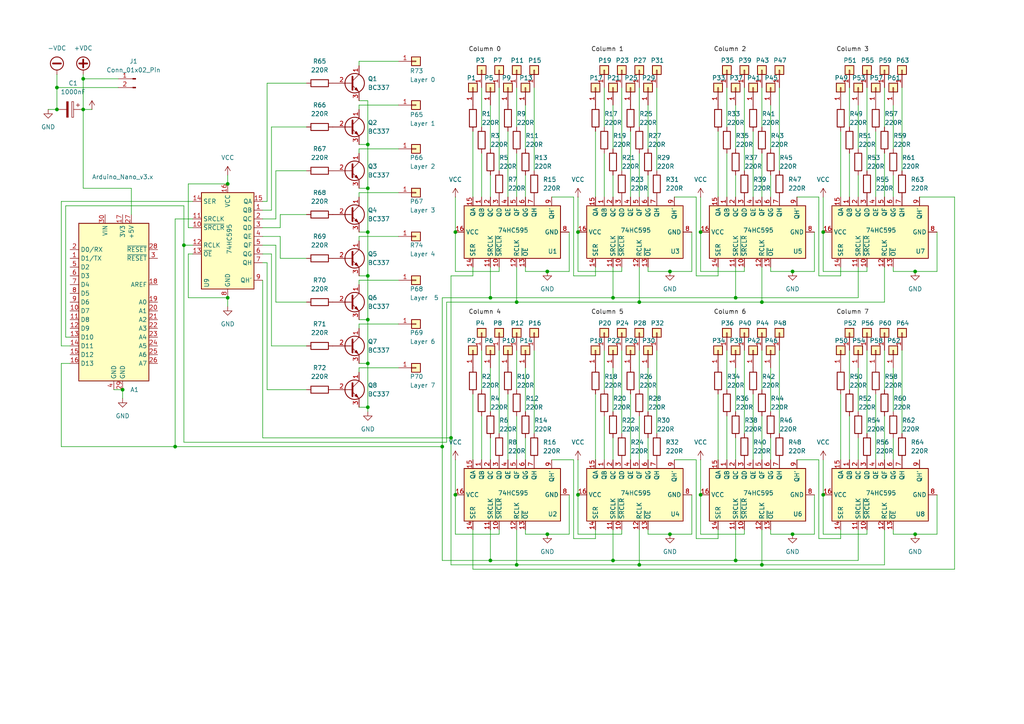
<source format=kicad_sch>
(kicad_sch (version 20231120) (generator "eeschema") (generator_version "8.0")
  (paper "A4")
  (junction (at 238.76 143.51))
  (junction (at 106.68 54.61))
  (junction (at 229.87 154.94))
  (junction (at 265.43 78.74))
  (junction (at 203.2 143.51))
  (junction (at 106.68 118.11))
  (junction (at 149.86 87.63))
  (junction (at 130.81 127))
  (junction (at 35.56 113.03))
  (junction (at 194.31 78.74))
  (junction (at 238.76 67.31))
  (junction (at 142.24 86.36))
  (junction (at 142.24 162.56))
  (junction (at 220.98 163.83))
  (junction (at 128.27 129.54))
  (junction (at 24.13 22.86))
  (junction (at 24.13 31.75))
  (junction (at 50.8 129.54))
  (junction (at 167.64 67.31))
  (junction (at 106.68 41.91))
  (junction (at 194.31 154.94))
  (junction (at 106.68 92.71))
  (junction (at 229.87 78.74))
  (junction (at 213.36 162.56))
  (junction (at 66.04 53.34))
  (junction (at 16.51 31.75))
  (junction (at 132.08 67.31))
  (junction (at 177.8 162.56))
  (junction (at 106.68 80.01))
  (junction (at 185.42 163.83))
  (junction (at 167.64 143.51))
  (junction (at 106.68 67.31))
  (junction (at 149.86 163.83))
  (junction (at 158.75 154.94))
  (junction (at 265.43 154.94))
  (junction (at 106.68 105.41))
  (junction (at 66.04 86.36))
  (junction (at 213.36 86.36))
  (junction (at 177.8 86.36))
  (junction (at 53.34 71.12))
  (junction (at 158.75 78.74))
  (junction (at 203.2 67.31))
  (junction (at 185.42 87.63))
  (junction (at 220.98 87.63))
  (junction (at 132.08 143.51))
  (junction (at 16.51 25.4))
  (wire (pts (xy 130.81 80.01) (xy 137.16 80.01)))
  (wire (pts (xy 243.84 38.1) (xy 243.84 57.15)))
  (wire (pts (xy 185.42 77.47) (xy 185.42 87.63)))
  (wire (pts (xy 17.78 58.42) (xy 55.88 58.42)))
  (wire (pts (xy 203.2 143.51) (xy 203.2 154.94)))
  (wire (pts (xy 78.74 36.83) (xy 88.9 36.83)))
  (wire (pts (xy 106.68 54.61) (xy 106.68 67.31)))
  (wire (pts (xy 104.14 29.21) (xy 106.68 29.21)))
  (wire (pts (xy 203.2 154.94) (xy 215.9 154.94)))
  (wire (pts (xy 129.54 128.27) (xy 129.54 87.63)))
  (wire (pts (xy 142.24 86.36) (xy 128.27 86.36)))
  (wire (pts (xy 147.32 114.3) (xy 147.32 133.35)))
  (wire (pts (xy 172.72 114.3) (xy 172.72 133.35)))
  (wire (pts (xy 187.96 127) (xy 187.96 133.35)))
  (wire (pts (xy 237.49 133.35) (xy 237.49 156.21)))
  (wire (pts (xy 115.57 43.18) (xy 104.14 43.18)))
  (wire (pts (xy 165.1 143.51) (xy 165.1 154.94)))
  (wire (pts (xy 187.96 153.67) (xy 187.96 154.94)))
  (wire (pts (xy 248.92 50.8) (xy 248.92 57.15)))
  (wire (pts (xy 201.93 133.35) (xy 201.93 156.21)))
  (wire (pts (xy 213.36 86.36) (xy 248.92 86.36)))
  (wire (pts (xy 142.24 162.56) (xy 128.27 162.56)))
  (wire (pts (xy 177.8 127) (xy 177.8 133.35)))
  (wire (pts (xy 20.32 105.41) (xy 17.78 105.41)))
  (wire (pts (xy 167.64 57.15) (xy 167.64 67.31)))
  (wire (pts (xy 220.98 163.83) (xy 256.54 163.83)))
  (wire (pts (xy 213.36 106.68) (xy 213.36 119.38)))
  (wire (pts (xy 104.14 67.31) (xy 106.68 67.31)))
  (wire (pts (xy 251.46 154.94) (xy 251.46 153.67)))
  (wire (pts (xy 215.9 154.94) (xy 215.9 153.67)))
  (wire (pts (xy 128.27 129.54) (xy 128.27 162.56)))
  (wire (pts (xy 76.2 63.5) (xy 80.01 63.5)))
  (wire (pts (xy 152.4 77.47) (xy 152.4 78.74)))
  (wire (pts (xy 24.13 22.86) (xy 24.13 31.75)))
  (wire (pts (xy 158.75 154.94) (xy 165.1 154.94)))
  (wire (pts (xy 149.86 25.4) (xy 149.86 36.83)))
  (wire (pts (xy 187.96 30.48) (xy 187.96 43.18)))
  (wire (pts (xy 132.08 143.51) (xy 132.08 154.94)))
  (wire (pts (xy 106.68 29.21) (xy 106.68 41.91)))
  (wire (pts (xy 77.47 113.03) (xy 88.9 113.03)))
  (wire (pts (xy 180.34 78.74) (xy 180.34 77.47)))
  (wire (pts (xy 223.52 154.94) (xy 229.87 154.94)))
  (wire (pts (xy 77.47 24.13) (xy 88.9 24.13)))
  (wire (pts (xy 180.34 25.4) (xy 180.34 49.53)))
  (wire (pts (xy 208.28 153.67) (xy 208.28 156.21)))
  (wire (pts (xy 115.57 81.28) (xy 104.14 81.28)))
  (wire (pts (xy 149.86 44.45) (xy 149.86 57.15)))
  (wire (pts (xy 24.13 31.75) (xy 24.13 54.61)))
  (wire (pts (xy 194.31 154.94) (xy 200.66 154.94)))
  (wire (pts (xy 115.57 68.58) (xy 104.14 68.58)))
  (wire (pts (xy 175.26 44.45) (xy 175.26 57.15)))
  (wire (pts (xy 167.64 78.74) (xy 180.34 78.74)))
  (wire (pts (xy 106.68 41.91) (xy 106.68 54.61)))
  (wire (pts (xy 261.62 101.6) (xy 261.62 125.73)))
  (wire (pts (xy 16.51 25.4) (xy 16.51 31.75)))
  (wire (pts (xy 259.08 153.67) (xy 259.08 154.94)))
  (wire (pts (xy 243.84 153.67) (xy 243.84 156.21)))
  (wire (pts (xy 172.72 38.1) (xy 172.72 57.15)))
  (wire (pts (xy 54.61 53.34) (xy 54.61 66.04)))
  (wire (pts (xy 81.28 68.58) (xy 81.28 74.93)))
  (wire (pts (xy 195.58 133.35) (xy 201.93 133.35)))
  (wire (pts (xy 210.82 25.4) (xy 210.82 36.83)))
  (wire (pts (xy 237.49 156.21) (xy 243.84 156.21)))
  (wire (pts (xy 166.37 156.21) (xy 172.72 156.21)))
  (wire (pts (xy 33.02 113.03) (xy 35.56 113.03)))
  (wire (pts (xy 177.8 162.56) (xy 213.36 162.56)))
  (wire (pts (xy 182.88 114.3) (xy 182.88 133.35)))
  (wire (pts (xy 104.14 41.91) (xy 106.68 41.91)))
  (wire (pts (xy 185.42 44.45) (xy 185.42 57.15)))
  (wire (pts (xy 152.4 106.68) (xy 152.4 119.38)))
  (wire (pts (xy 149.86 153.67) (xy 149.86 163.83)))
  (wire (pts (xy 177.8 86.36) (xy 213.36 86.36)))
  (wire (pts (xy 128.27 129.54) (xy 50.8 129.54)))
  (wire (pts (xy 106.68 80.01) (xy 106.68 92.71)))
  (wire (pts (xy 213.36 50.8) (xy 213.36 57.15)))
  (wire (pts (xy 190.5 101.6) (xy 190.5 125.73)))
  (wire (pts (xy 81.28 66.04) (xy 81.28 62.23)))
  (wire (pts (xy 231.14 133.35) (xy 237.49 133.35)))
  (wire (pts (xy 229.87 154.94) (xy 236.22 154.94)))
  (wire (pts (xy 238.76 67.31) (xy 238.76 78.74)))
  (wire (pts (xy 142.24 77.47) (xy 142.24 86.36)))
  (wire (pts (xy 149.86 87.63) (xy 185.42 87.63)))
  (wire (pts (xy 259.08 127) (xy 259.08 133.35)))
  (wire (pts (xy 142.24 153.67) (xy 142.24 162.56)))
  (wire (pts (xy 167.64 67.31) (xy 167.64 78.74)))
  (wire (pts (xy 246.38 101.6) (xy 246.38 113.03)))
  (wire (pts (xy 139.7 120.65) (xy 139.7 133.35)))
  (wire (pts (xy 177.8 50.8) (xy 177.8 57.15)))
  (wire (pts (xy 194.31 78.74) (xy 200.66 78.74)))
  (wire (pts (xy 137.16 114.3) (xy 137.16 133.35)))
  (wire (pts (xy 220.98 44.45) (xy 220.98 57.15)))
  (wire (pts (xy 210.82 120.65) (xy 210.82 133.35)))
  (wire (pts (xy 218.44 38.1) (xy 218.44 57.15)))
  (wire (pts (xy 251.46 101.6) (xy 251.46 125.73)))
  (wire (pts (xy 154.94 25.4) (xy 154.94 49.53)))
  (wire (pts (xy 215.9 25.4) (xy 215.9 49.53)))
  (wire (pts (xy 187.96 154.94) (xy 194.31 154.94)))
  (wire (pts (xy 246.38 25.4) (xy 246.38 36.83)))
  (wire (pts (xy 175.26 25.4) (xy 175.26 36.83)))
  (wire (pts (xy 20.32 100.33) (xy 17.78 100.33)))
  (wire (pts (xy 66.04 86.36) (xy 54.61 86.36)))
  (wire (pts (xy 213.36 153.67) (xy 213.36 162.56)))
  (wire (pts (xy 142.24 30.48) (xy 142.24 43.18)))
  (wire (pts (xy 177.8 30.48) (xy 177.8 43.18)))
  (wire (pts (xy 19.05 59.69) (xy 53.34 59.69)))
  (wire (pts (xy 256.54 25.4) (xy 256.54 36.83)))
  (wire (pts (xy 213.36 30.48) (xy 213.36 43.18)))
  (wire (pts (xy 144.78 101.6) (xy 144.78 125.73)))
  (wire (pts (xy 104.14 54.61) (xy 106.68 54.61)))
  (wire (pts (xy 201.93 156.21) (xy 208.28 156.21)))
  (wire (pts (xy 139.7 25.4) (xy 139.7 36.83)))
  (wire (pts (xy 24.13 31.75) (xy 26.67 31.75)))
  (wire (pts (xy 218.44 114.3) (xy 218.44 133.35)))
  (wire (pts (xy 77.47 76.2) (xy 77.47 113.03)))
  (wire (pts (xy 213.36 162.56) (xy 248.92 162.56)))
  (wire (pts (xy 177.8 77.47) (xy 177.8 86.36)))
  (wire (pts (xy 238.76 78.74) (xy 251.46 78.74)))
  (wire (pts (xy 185.42 25.4) (xy 185.42 36.83)))
  (wire (pts (xy 80.01 71.12) (xy 80.01 87.63)))
  (wire (pts (xy 208.28 77.47) (xy 208.28 80.01)))
  (wire (pts (xy 210.82 101.6) (xy 210.82 113.03)))
  (wire (pts (xy 248.92 77.47) (xy 248.92 86.36)))
  (wire (pts (xy 137.16 153.67) (xy 137.16 165.1)))
  (wire (pts (xy 152.4 127) (xy 152.4 133.35)))
  (wire (pts (xy 237.49 80.01) (xy 243.84 80.01)))
  (wire (pts (xy 243.84 77.47) (xy 243.84 80.01)))
  (wire (pts (xy 248.92 106.68) (xy 248.92 119.38)))
  (wire (pts (xy 185.42 87.63) (xy 220.98 87.63)))
  (wire (pts (xy 152.4 153.67) (xy 152.4 154.94)))
  (wire (pts (xy 220.98 25.4) (xy 220.98 36.83)))
  (wire (pts (xy 104.14 106.68) (xy 104.14 107.95)))
  (wire (pts (xy 271.78 143.51) (xy 271.78 154.94)))
  (wire (pts (xy 147.32 38.1) (xy 147.32 57.15)))
  (wire (pts (xy 254 114.3) (xy 254 133.35)))
  (wire (pts (xy 201.93 80.01) (xy 208.28 80.01)))
  (wire (pts (xy 259.08 106.68) (xy 259.08 119.38)))
  (wire (pts (xy 53.34 59.69) (xy 53.34 71.12)))
  (wire (pts (xy 19.05 97.79) (xy 19.05 59.69)))
  (wire (pts (xy 213.36 127) (xy 213.36 133.35)))
  (wire (pts (xy 167.64 154.94) (xy 180.34 154.94)))
  (wire (pts (xy 223.52 77.47) (xy 223.52 78.74)))
  (wire (pts (xy 254 38.1) (xy 254 57.15)))
  (wire (pts (xy 223.52 78.74) (xy 229.87 78.74)))
  (wire (pts (xy 195.58 57.15) (xy 201.93 57.15)))
  (wire (pts (xy 152.4 30.48) (xy 152.4 43.18)))
  (wire (pts (xy 238.76 57.15) (xy 238.76 67.31)))
  (wire (pts (xy 137.16 38.1) (xy 137.16 57.15)))
  (wire (pts (xy 24.13 54.61) (xy 38.1 54.61)))
  (wire (pts (xy 54.61 73.66) (xy 54.61 86.36)))
  (wire (pts (xy 24.13 21.59) (xy 24.13 22.86)))
  (wire (pts (xy 50.8 63.5) (xy 55.88 63.5)))
  (wire (pts (xy 13.97 31.75) (xy 16.51 31.75)))
  (wire (pts (xy 17.78 105.41) (xy 17.78 129.54)))
  (wire (pts (xy 16.51 21.59) (xy 16.51 25.4)))
  (wire (pts (xy 104.14 80.01) (xy 106.68 80.01)))
  (wire (pts (xy 187.96 78.74) (xy 194.31 78.74)))
  (wire (pts (xy 185.42 101.6) (xy 185.42 113.03)))
  (wire (pts (xy 160.02 57.15) (xy 166.37 57.15)))
  (wire (pts (xy 223.52 153.67) (xy 223.52 154.94)))
  (wire (pts (xy 76.2 60.96) (xy 78.74 60.96)))
  (wire (pts (xy 259.08 77.47) (xy 259.08 78.74)))
  (wire (pts (xy 256.54 77.47) (xy 256.54 87.63)))
  (wire (pts (xy 76.2 127) (xy 130.81 127)))
  (wire (pts (xy 142.24 106.68) (xy 142.24 119.38)))
  (wire (pts (xy 259.08 154.94) (xy 265.43 154.94)))
  (wire (pts (xy 175.26 101.6) (xy 175.26 113.03)))
  (wire (pts (xy 149.86 163.83) (xy 185.42 163.83)))
  (wire (pts (xy 139.7 44.45) (xy 139.7 57.15)))
  (wire (pts (xy 142.24 127) (xy 142.24 133.35)))
  (wire (pts (xy 104.14 17.78) (xy 104.14 19.05)))
  (wire (pts (xy 223.52 127) (xy 223.52 133.35)))
  (wire (pts (xy 223.52 106.68) (xy 223.52 119.38)))
  (wire (pts (xy 149.86 101.6) (xy 149.86 113.03)))
  (wire (pts (xy 149.86 120.65) (xy 149.86 133.35)))
  (wire (pts (xy 220.98 101.6) (xy 220.98 113.03)))
  (wire (pts (xy 115.57 106.68) (xy 104.14 106.68)))
  (wire (pts (xy 144.78 25.4) (xy 144.78 49.53)))
  (wire (pts (xy 53.34 128.27) (xy 129.54 128.27)))
  (wire (pts (xy 187.96 106.68) (xy 187.96 119.38)))
  (wire (pts (xy 185.42 163.83) (xy 220.98 163.83)))
  (wire (pts (xy 238.76 133.35) (xy 238.76 143.51)))
  (wire (pts (xy 115.57 30.48) (xy 104.14 30.48)))
  (wire (pts (xy 54.61 53.34) (xy 66.04 53.34)))
  (wire (pts (xy 185.42 153.67) (xy 185.42 163.83)))
  (wire (pts (xy 106.68 67.31) (xy 106.68 80.01)))
  (wire (pts (xy 220.98 87.63) (xy 256.54 87.63)))
  (wire (pts (xy 265.43 78.74) (xy 271.78 78.74)))
  (wire (pts (xy 229.87 78.74) (xy 236.22 78.74)))
  (wire (pts (xy 177.8 153.67) (xy 177.8 162.56)))
  (wire (pts (xy 220.98 77.47) (xy 220.98 87.63)))
  (wire (pts (xy 256.54 101.6) (xy 256.54 113.03)))
  (wire (pts (xy 248.92 30.48) (xy 248.92 43.18)))
  (wire (pts (xy 167.64 133.35) (xy 167.64 143.51)))
  (wire (pts (xy 130.81 127) (xy 130.81 80.01)))
  (wire (pts (xy 76.2 66.04) (xy 81.28 66.04)))
  (wire (pts (xy 177.8 106.68) (xy 177.8 119.38)))
  (wire (pts (xy 38.1 54.61) (xy 38.1 62.23)))
  (wire (pts (xy 223.52 50.8) (xy 223.52 57.15)))
  (wire (pts (xy 128.27 86.36) (xy 128.27 129.54)))
  (wire (pts (xy 53.34 71.12) (xy 53.34 128.27)))
  (wire (pts (xy 104.14 55.88) (xy 104.14 57.15)))
  (wire (pts (xy 78.74 73.66) (xy 78.74 100.33)))
  (wire (pts (xy 130.81 127) (xy 130.81 163.83)))
  (wire (pts (xy 24.13 22.86) (xy 34.29 22.86)))
  (wire (pts (xy 78.74 100.33) (xy 88.9 100.33)))
  (wire (pts (xy 144.78 154.94) (xy 144.78 153.67)))
  (wire (pts (xy 154.94 101.6) (xy 154.94 125.73)))
  (wire (pts (xy 115.57 55.88) (xy 104.14 55.88)))
  (wire (pts (xy 76.2 71.12) (xy 80.01 71.12)))
  (wire (pts (xy 226.06 101.6) (xy 226.06 125.73)))
  (wire (pts (xy 203.2 57.15) (xy 203.2 67.31)))
  (wire (pts (xy 213.36 77.47) (xy 213.36 86.36)))
  (wire (pts (xy 180.34 154.94) (xy 180.34 153.67)))
  (wire (pts (xy 104.14 92.71) (xy 106.68 92.71)))
  (wire (pts (xy 223.52 30.48) (xy 223.52 43.18)))
  (wire (pts (xy 271.78 67.31) (xy 271.78 78.74)))
  (wire (pts (xy 259.08 78.74) (xy 265.43 78.74)))
  (wire (pts (xy 106.68 119.38) (xy 106.68 118.11)))
  (wire (pts (xy 78.74 60.96) (xy 78.74 36.83)))
  (wire (pts (xy 276.86 165.1) (xy 137.16 165.1)))
  (wire (pts (xy 203.2 78.74) (xy 215.9 78.74)))
  (wire (pts (xy 132.08 154.94) (xy 144.78 154.94)))
  (wire (pts (xy 266.7 57.15) (xy 276.86 57.15)))
  (wire (pts (xy 187.96 50.8) (xy 187.96 57.15)))
  (wire (pts (xy 66.04 88.9) (xy 66.04 86.36)))
  (wire (pts (xy 104.14 43.18) (xy 104.14 44.45)))
  (wire (pts (xy 259.08 50.8) (xy 259.08 57.15)))
  (wire (pts (xy 180.34 101.6) (xy 180.34 125.73)))
  (wire (pts (xy 251.46 78.74) (xy 251.46 77.47)))
  (wire (pts (xy 265.43 154.94) (xy 271.78 154.94)))
  (wire (pts (xy 203.2 133.35) (xy 203.2 143.51)))
  (wire (pts (xy 132.08 67.31) (xy 132.08 78.74)))
  (wire (pts (xy 251.46 25.4) (xy 251.46 49.53)))
  (wire (pts (xy 104.14 105.41) (xy 106.68 105.41)))
  (wire (pts (xy 172.72 77.47) (xy 172.72 80.01)))
  (wire (pts (xy 80.01 63.5) (xy 80.01 49.53)))
  (wire (pts (xy 172.72 153.67) (xy 172.72 156.21)))
  (wire (pts (xy 175.26 120.65) (xy 175.26 133.35)))
  (wire (pts (xy 152.4 154.94) (xy 158.75 154.94)))
  (wire (pts (xy 238.76 154.94) (xy 251.46 154.94)))
  (wire (pts (xy 208.28 114.3) (xy 208.28 133.35)))
  (wire (pts (xy 200.66 143.51) (xy 200.66 154.94)))
  (wire (pts (xy 76.2 76.2) (xy 77.47 76.2)))
  (wire (pts (xy 237.49 57.15) (xy 237.49 80.01)))
  (wire (pts (xy 220.98 153.67) (xy 220.98 163.83)))
  (wire (pts (xy 76.2 73.66) (xy 78.74 73.66)))
  (wire (pts (xy 115.57 93.98) (xy 104.14 93.98)))
  (wire (pts (xy 246.38 120.65) (xy 246.38 133.35)))
  (wire (pts (xy 54.61 66.04) (xy 55.88 66.04)))
  (wire (pts (xy 276.86 57.15) (xy 276.86 165.1)))
  (wire (pts (xy 81.28 74.93) (xy 88.9 74.93)))
  (wire (pts (xy 165.1 67.31) (xy 165.1 78.74)))
  (wire (pts (xy 210.82 44.45) (xy 210.82 57.15)))
  (wire (pts (xy 248.92 127) (xy 248.92 133.35)))
  (wire (pts (xy 231.14 57.15) (xy 237.49 57.15)))
  (wire (pts (xy 104.14 118.11) (xy 106.68 118.11)))
  (wire (pts (xy 76.2 81.28) (xy 76.2 127)))
  (wire (pts (xy 17.78 129.54) (xy 50.8 129.54)))
  (wire (pts (xy 104.14 93.98) (xy 104.14 95.25)))
  (wire (pts (xy 215.9 78.74) (xy 215.9 77.47)))
  (wire (pts (xy 66.04 50.8) (xy 66.04 53.34)))
  (wire (pts (xy 238.76 143.51) (xy 238.76 154.94)))
  (wire (pts (xy 236.22 67.31) (xy 236.22 78.74)))
  (wire (pts (xy 144.78 78.74) (xy 144.78 77.47)))
  (wire (pts (xy 77.47 58.42) (xy 77.47 24.13)))
  (wire (pts (xy 80.01 49.53) (xy 88.9 49.53)))
  (wire (pts (xy 132.08 78.74) (xy 144.78 78.74)))
  (wire (pts (xy 137.16 77.47) (xy 137.16 80.01)))
  (wire (pts (xy 160.02 133.35) (xy 166.37 133.35)))
  (wire (pts (xy 149.86 77.47) (xy 149.86 87.63)))
  (wire (pts (xy 76.2 58.42) (xy 77.47 58.42)))
  (wire (pts (xy 256.54 44.45) (xy 256.54 57.15)))
  (wire (pts (xy 256.54 153.67) (xy 256.54 163.83)))
  (wire (pts (xy 167.64 143.51) (xy 167.64 154.94)))
  (wire (pts (xy 50.8 129.54) (xy 50.8 63.5)))
  (wire (pts (xy 226.06 25.4) (xy 226.06 49.53)))
  (wire (pts (xy 166.37 57.15) (xy 166.37 80.01)))
  (wire (pts (xy 200.66 67.31) (xy 200.66 78.74)))
  (wire (pts (xy 16.51 25.4) (xy 34.29 25.4)))
  (wire (pts (xy 104.14 30.48) (xy 104.14 31.75)))
  (wire (pts (xy 53.34 71.12) (xy 55.88 71.12)))
  (wire (pts (xy 35.56 115.57) (xy 35.56 113.03)))
  (wire (pts (xy 190.5 25.4) (xy 190.5 49.53)))
  (wire (pts (xy 246.38 44.45) (xy 246.38 57.15)))
  (wire (pts (xy 158.75 78.74) (xy 165.1 78.74)))
  (wire (pts (xy 215.9 101.6) (xy 215.9 125.73)))
  (wire (pts (xy 142.24 50.8) (xy 142.24 57.15)))
  (wire (pts (xy 106.68 105.41) (xy 106.68 118.11)))
  (wire (pts (xy 259.08 30.48) (xy 259.08 43.18)))
  (wire (pts (xy 220.98 120.65) (xy 220.98 133.35)))
  (wire (pts (xy 185.42 120.65) (xy 185.42 133.35)))
  (wire (pts (xy 81.28 62.23) (xy 88.9 62.23)))
  (wire (pts (xy 142.24 162.56) (xy 177.8 162.56)))
  (wire (pts (xy 256.54 120.65) (xy 256.54 133.35)))
  (wire (pts (xy 17.78 100.33) (xy 17.78 58.42)))
  (wire (pts (xy 208.28 38.1) (xy 208.28 57.15)))
  (wire (pts (xy 55.88 73.66) (xy 54.61 73.66)))
  (wire (pts (xy 149.86 163.83) (xy 130.81 163.83)))
  (wire (pts (xy 201.93 57.15) (xy 201.93 80.01)))
  (wire (pts (xy 129.54 87.63) (xy 149.86 87.63)))
  (wire (pts (xy 182.88 38.1) (xy 182.88 57.15)))
  (wire (pts (xy 76.2 68.58) (xy 81.28 68.58)))
  (wire (pts (xy 104.14 81.28) (xy 104.14 82.55)))
  (wire (pts (xy 203.2 67.31) (xy 203.2 78.74)))
  (wire (pts (xy 132.08 133.35) (xy 132.08 143.51)))
  (wire (pts (xy 166.37 133.35) (xy 166.37 156.21)))
  (wire (pts (xy 132.08 57.15) (xy 132.08 67.31)))
  (wire (pts (xy 243.84 114.3) (xy 243.84 133.35)))
  (wire (pts (xy 236.22 143.51) (xy 236.22 154.94)))
  (wire (pts (xy 104.14 68.58) (xy 104.14 69.85)))
  (wire (pts (xy 152.4 78.74) (xy 158.75 78.74)))
  (wire (pts (xy 139.7 101.6) (xy 139.7 113.03)))
  (wire (pts (xy 106.68 92.71) (xy 106.68 105.41)))
  (wire (pts (xy 80.01 87.63) (xy 88.9 87.63)))
  (wire (pts (xy 142.24 86.36) (xy 177.8 86.36)))
  (wire (pts (xy 248.92 153.67) (xy 248.92 162.56)))
  (wire (pts (xy 152.4 50.8) (xy 152.4 57.15)))
  (wire (pts (xy 261.62 25.4) (xy 261.62 49.53)))
  (wire (pts (xy 187.96 77.47) (xy 187.96 78.74)))
  (wire (pts (xy 166.37 80.01) (xy 172.72 80.01)))
  (wire (pts (xy 115.57 17.78) (xy 104.14 17.78)))
  (wire (pts (xy 20.32 97.79) (xy 19.05 97.79)))
  (label "Column 2" (at 207.01 15.24 0))
  (label "Column 3" (at 242.57 15.24 0))
  (label "Column 0" (at 135.89 15.24 0))
  (label "Column 1" (at 171.45 15.24 0))
  (label "Column 4" (at 135.89 91.44 0))
  (label "Column 5" (at 171.45 91.44 0))
  (label "Column 6" (at 207.01 91.44 0))
  (label "Column 7" (at 242.57 91.44 0))
  (symbol (lib_id "Transistor_BJT:BC337") (at 101.6 87.63 0) (unit 1)
    (property "Reference" "Q6" (at 106.68 86.3599 0) (effects (justify left)))
    (property "Value" "BC337" (at 106.68 88.8999 0) (effects (justify left)))
    (property "Footprint" "Package_TO_SOT_THT:TO-92_Inline" (effects (hide yes)))
    (property "Datasheet" "https://diotec.com/tl_files/diotec/files/pdf/datasheets/bc337.pdf" (effects (hide yes)))
    (property "Description" "0.8A Ic, 45V Vce, NPN Transistor, TO-92" (effects (hide yes)))
  )
  (symbol (lib_id "Device:R") (at 180.34 53.34 180) (unit 1)
    (property "Reference" "R23" (at 182.88 52.0699 0) (effects (justify right)))
    (property "Value" "220R" (at 182.88 54.6099 0) (effects (justify right)))
    (property "Footprint" "Resistor_THT:R_Axial_DIN0207_L6.3mm_D2.5mm_P10.16mm_Horizontal" (effects (hide yes)))
    (property "Description" "Resistor" (effects (hide yes)))
  )
  (symbol (lib_id "Connector_Generic:Conn_01x01") (at 215.9 96.52 90) (unit 1)
    (property "Reference" "P40" (at 214.122 93.726 90) (effects (justify right)))
    (property "Value" "Column_6_3" (effects (hide yes)))
    (property "Footprint" "LED_THT:LED_D5.0mm" (effects (hide yes)))
    (property "Description" "Generic connector, single row, 01x01, script generated (kicad-library-utils/schlib/autogen/connector/)" (effects (hide yes)))
  )
  (symbol (lib_name "R_1") (lib_id "Device:R") (at 172.72 110.49 180) (unit 1)
    (property "Reference" "R18" (at 175.26 109.2199 0) (effects (justify right)))
    (property "Value" "220R" (at 175.26 111.7599 0) (effects (justify right)))
    (property "Footprint" "Resistor_THT:R_Axial_DIN0207_L6.3mm_D2.5mm_P10.16mm_Horizontal" (effects (hide yes)))
    (property "Description" "Resistor" (effects (hide yes)))
  )
  (symbol (lib_id "Connector_Generic:Conn_01x01") (at 256.54 96.52 90) (unit 1)
    (property "Reference" "P60" (at 254.762 93.726 90) (effects (justify right)))
    (property "Value" "Column_7_5" (effects (hide yes)))
    (property "Footprint" "LED_THT:LED_D5.0mm" (effects (hide yes)))
    (property "Description" "Generic connector, single row, 01x01, script generated (kicad-library-utils/schlib/autogen/connector/)" (effects (hide yes)))
  )
  (symbol (lib_id "Connector_Generic:Conn_01x01") (at 120.65 68.58 0) (unit 1)
    (property "Reference" "R74" (at 118.872 71.12 0) (effects (justify left)))
    (property "Value" "Layer 4" (at 118.872 73.66 0) (effects (justify left)))
    (property "Footprint" "Connector_Wire:SolderWire-0.1sqmm_1x01_D0.4mm_OD1mm" (effects (hide yes)))
    (property "Description" "Generic connector, single row, 01x01, script generated (kicad-library-utils/schlib/autogen/connector/)" (effects (hide yes)))
  )
  (symbol (lib_id "Connector_Generic:Conn_01x01") (at 220.98 20.32 90) (unit 1)
    (property "Reference" "P43" (at 219.202 17.526 90) (effects (justify right)))
    (property "Value" "Column_2_5" (effects (hide yes)))
    (property "Footprint" "LED_THT:LED_D5.0mm" (effects (hide yes)))
    (property "Description" "Generic connector, single row, 01x01, script generated (kicad-library-utils/schlib/autogen/connector/)" (effects (hide yes)))
  )
  (symbol (lib_id "Transistor_BJT:BC337") (at 101.6 100.33 0) (unit 1)
    (property "Reference" "Q7" (at 106.68 99.0599 0) (effects (justify left)))
    (property "Value" "BC337" (at 106.68 101.5999 0) (effects (justify left)))
    (property "Footprint" "Package_TO_SOT_THT:TO-92_Inline" (effects (hide yes)))
    (property "Datasheet" "https://diotec.com/tl_files/diotec/files/pdf/datasheets/bc337.pdf" (effects (hide yes)))
    (property "Description" "0.8A Ic, 45V Vce, NPN Transistor, TO-92" (effects (hide yes)))
  )
  (symbol (lib_id "Device:R") (at 215.9 53.34 180) (unit 1)
    (property "Reference" "R39" (at 218.44 52.0699 0) (effects (justify right)))
    (property "Value" "220R" (at 218.44 54.6099 0) (effects (justify right)))
    (property "Footprint" "Resistor_THT:R_Axial_DIN0207_L6.3mm_D2.5mm_P10.16mm_Horizontal" (effects (hide yes)))
    (property "Description" "Resistor" (effects (hide yes)))
  )
  (symbol (lib_id "Transistor_BJT:BC337") (at 101.6 74.93 0) (unit 1)
    (property "Reference" "Q5" (at 106.68 73.6599 0) (effects (justify left)))
    (property "Value" "BC337" (at 106.68 76.1999 0) (effects (justify left)))
    (property "Footprint" "Package_TO_SOT_THT:TO-92_Inline" (effects (hide yes)))
    (property "Datasheet" "https://diotec.com/tl_files/diotec/files/pdf/datasheets/bc337.pdf" (effects (hide yes)))
    (property "Description" "0.8A Ic, 45V Vce, NPN Transistor, TO-92" (effects (hide yes)))
  )
  (symbol (lib_id "Connector_Generic:Conn_01x01") (at 215.9 20.32 90) (unit 1)
    (property "Reference" "P39" (at 214.122 17.526 90) (effects (justify right)))
    (property "Value" "Column_2_3" (effects (hide yes)))
    (property "Footprint" "LED_THT:LED_D5.0mm" (effects (hide yes)))
    (property "Description" "Generic connector, single row, 01x01, script generated (kicad-library-utils/schlib/autogen/connector/)" (effects (hide yes)))
  )
  (symbol (lib_id "Connector_Generic:Conn_01x01") (at 142.24 101.6 90) (unit 1)
    (property "Reference" "P6" (at 140.462 98.806 90) (effects (justify right)))
    (property "Value" "Column_4_2" (effects (hide yes)))
    (property "Footprint" "LED_THT:LED_D5.0mm" (effects (hide yes)))
    (property "Description" "Generic connector, single row, 01x01, script generated (kicad-library-utils/schlib/autogen/connector/)" (effects (hide yes)))
  )
  (symbol (lib_id "Device:R") (at 259.08 46.99 180) (unit 1)
    (property "Reference" "R61" (at 261.62 45.7199 0) (effects (justify right)))
    (property "Value" "220R" (at 261.62 48.2599 0) (effects (justify right)))
    (property "Footprint" "Resistor_THT:R_Axial_DIN0207_L6.3mm_D2.5mm_P10.16mm_Horizontal" (effects (hide yes)))
    (property "Description" "Resistor" (effects (hide yes)))
  )
  (symbol (lib_id "Connector_Generic:Conn_01x01") (at 259.08 25.4 90) (unit 1)
    (property "Reference" "P61" (at 257.302 22.606 90) (effects (justify right)))
    (property "Value" "Column_3_6" (effects (hide yes)))
    (property "Footprint" "LED_THT:LED_D5.0mm" (effects (hide yes)))
    (property "Description" "Generic connector, single row, 01x01, script generated (kicad-library-utils/schlib/autogen/connector/)" (effects (hide yes)))
  )
  (symbol (lib_id "Connector_Generic:Conn_01x01") (at 120.65 43.18 0) (unit 1)
    (property "Reference" "P66" (at 118.872 45.72 0) (effects (justify left)))
    (property "Value" "Layer 2" (at 118.872 48.26 0) (effects (justify left)))
    (property "Footprint" "Connector_Wire:SolderWire-0.1sqmm_1x01_D0.4mm_OD1mm" (effects (hide yes)))
    (property "Description" "Generic connector, single row, 01x01, script generated (kicad-library-utils/schlib/autogen/connector/)" (effects (hide yes)))
  )
  (symbol (lib_id "power:GND") (at 66.04 88.9 0) (unit 1)
    (property "Reference" "#PWR023" (effects (hide yes)))
    (property "Value" "GND" (at 66.04 93.98 0))
    (property "Description" "Power symbol creates a global label with name \"GND\" , ground" (effects (hide yes)))
  )
  (symbol (lib_id "Connector_Generic:Conn_01x01") (at 139.7 96.52 90) (unit 1)
    (property "Reference" "P4" (at 137.922 93.726 90) (effects (justify right)))
    (property "Value" "Column_4_1" (effects (hide yes)))
    (property "Footprint" "LED_THT:LED_D5.0mm" (effects (hide yes)))
    (property "Description" "Generic connector, single row, 01x01, script generated (kicad-library-utils/schlib/autogen/connector/)" (effects (hide yes)))
  )
  (symbol (lib_id "Connector_Generic:Conn_01x01") (at 149.86 20.32 90) (unit 1)
    (property "Reference" "P11" (at 148.082 17.526 90) (effects (justify right)))
    (property "Value" "Column_0_5" (effects (hide yes)))
    (property "Footprint" "LED_THT:LED_D5.0mm" (effects (hide yes)))
    (property "Description" "Generic connector, single row, 01x01, script generated (kicad-library-utils/schlib/autogen/connector/)" (effects (hide yes)))
  )
  (symbol (lib_id "Connector_Generic:Conn_01x01") (at 210.82 96.52 90) (unit 1)
    (property "Reference" "P36" (at 209.042 93.726 90) (effects (justify right)))
    (property "Value" "Column_6_1" (effects (hide yes)))
    (property "Footprint" "LED_THT:LED_D5.0mm" (effects (hide yes)))
    (property "Description" "Generic connector, single row, 01x01, script generated (kicad-library-utils/schlib/autogen/connector/)" (effects (hide yes)))
  )
  (symbol (lib_id "power:GND") (at 229.87 78.74 0) (unit 1)
    (property "Reference" "#PWR016" (effects (hide yes)))
    (property "Value" "GND" (at 229.87 83.82 0))
    (property "Description" "Power symbol creates a global label with name \"GND\" , ground" (effects (hide yes)))
  )
  (symbol (lib_id "Device:R") (at 175.26 116.84 180) (unit 1)
    (property "Reference" "R20" (at 177.8 115.5699 0) (effects (justify right)))
    (property "Value" "220R" (at 177.8 118.1099 0) (effects (justify right)))
    (property "Footprint" "Resistor_THT:R_Axial_DIN0207_L6.3mm_D2.5mm_P10.16mm_Horizontal" (effects (hide yes)))
    (property "Description" "Resistor" (effects (hide yes)))
  )
  (symbol (lib_id "Device:R") (at 154.94 53.34 180) (unit 1)
    (property "Reference" "R15" (at 157.48 52.0699 0) (effects (justify right)))
    (property "Value" "220R" (at 157.48 54.6099 0) (effects (justify right)))
    (property "Footprint" "Resistor_THT:R_Axial_DIN0207_L6.3mm_D2.5mm_P10.16mm_Horizontal" (effects (hide yes)))
    (property "Description" "Resistor" (effects (hide yes)))
  )
  (symbol (lib_id "Device:R") (at 92.71 49.53 90) (unit 1)
    (property "Reference" "R67" (at 92.71 43.18 90))
    (property "Value" "220R" (at 92.71 45.72 90))
    (property "Footprint" "Resistor_THT:R_Axial_DIN0207_L6.3mm_D2.5mm_P10.16mm_Horizontal" (effects (hide yes)))
    (property "Description" "Resistor" (effects (hide yes)))
  )
  (symbol (lib_id "Connector_Generic:Conn_01x01") (at 177.8 25.4 90) (unit 1)
    (property "Reference" "P21" (at 176.022 22.606 90) (effects (justify right)))
    (property "Value" "Column_1_2" (effects (hide yes)))
    (property "Footprint" "LED_THT:LED_D5.0mm" (effects (hide yes)))
    (property "Description" "Generic connector, single row, 01x01, script generated (kicad-library-utils/schlib/autogen/connector/)" (effects (hide yes)))
  )
  (symbol (lib_id "74xx:74HC595") (at 218.44 143.51 90) (unit 1)
    (property "Reference" "U6" (at 231.394 149.098 90))
    (property "Value" "74HC595" (at 219.964 143.002 90))
    (property "Footprint" "Package_DIP:DIP-16_W7.62mm" (effects (hide yes)))
    (property "Datasheet" "http://www.ti.com/lit/ds/symlink/sn74hc595.pdf" (effects (hide yes)))
    (property "Description" "8-bit serial in/out Shift Register 3-State Outputs" (effects (hide yes)))
  )
  (symbol (lib_id "Device:R") (at 261.62 53.34 180) (unit 1)
    (property "Reference" "R63" (at 264.16 52.0699 0) (effects (justify right)))
    (property "Value" "220R" (at 264.16 54.6099 0) (effects (justify right)))
    (property "Footprint" "Resistor_THT:R_Axial_DIN0207_L6.3mm_D2.5mm_P10.16mm_Horizontal" (effects (hide yes)))
    (property "Description" "Resistor" (effects (hide yes)))
  )
  (symbol (lib_id "Connector_Generic:Conn_01x01") (at 243.84 101.6 90) (unit 1)
    (property "Reference" "P50" (at 242.062 98.806 90) (effects (justify right)))
    (property "Value" "Column_7_0" (effects (hide yes)))
    (property "Footprint" "LED_THT:LED_D5.0mm" (effects (hide yes)))
    (property "Description" "Generic connector, single row, 01x01, script generated (kicad-library-utils/schlib/autogen/connector/)" (effects (hide yes)))
  )
  (symbol (lib_name "R_1") (lib_id "Device:R") (at 137.16 110.49 180) (unit 1)
    (property "Reference" "R2" (at 139.7 109.2199 0) (effects (justify right)))
    (property "Value" "220R" (at 139.7 111.7599 0) (effects (justify right)))
    (property "Footprint" "Resistor_THT:R_Axial_DIN0207_L6.3mm_D2.5mm_P10.16mm_Horizontal" (effects (hide yes)))
    (property "Description" "Resistor" (effects (hide yes)))
  )
  (symbol (lib_id "Device:R") (at 218.44 34.29 180) (unit 1)
    (property "Reference" "R41" (at 220.98 33.0199 0) (effects (justify right)))
    (property "Value" "220R" (at 220.98 35.5599 0) (effects (justify right)))
    (property "Footprint" "Resistor_THT:R_Axial_DIN0207_L6.3mm_D2.5mm_P10.16mm_Horizontal" (effects (hide yes)))
    (property "Description" "Resistor" (effects (hide yes)))
  )
  (symbol (lib_id "Connector_Generic:Conn_01x01") (at 120.65 106.68 0) (unit 1)
    (property "Reference" "P70" (at 118.872 109.22 0) (effects (justify left)))
    (property "Value" "Layer 7" (at 118.872 111.76 0) (effects (justify left)))
    (property "Footprint" "Connector_Wire:SolderWire-0.1sqmm_1x01_D0.4mm_OD1mm" (effects (hide yes)))
    (property "Description" "Generic connector, single row, 01x01, script generated (kicad-library-utils/schlib/autogen/connector/)" (effects (hide yes)))
  )
  (symbol (lib_name "R_1") (lib_id "Device:R") (at 137.16 34.29 180) (unit 1)
    (property "Reference" "R1" (at 139.7 33.0199 0) (effects (justify right)))
    (property "Value" "220R" (at 139.7 35.5599 0) (effects (justify right)))
    (property "Footprint" "Resistor_THT:R_Axial_DIN0207_L6.3mm_D2.5mm_P10.16mm_Horizontal" (effects (hide yes)))
    (property "Description" "Resistor" (effects (hide yes)))
  )
  (symbol (lib_id "Device:R") (at 210.82 40.64 180) (unit 1)
    (property "Reference" "R35" (at 213.36 39.3699 0) (effects (justify right)))
    (property "Value" "220R" (at 213.36 41.9099 0) (effects (justify right)))
    (property "Footprint" "Resistor_THT:R_Axial_DIN0207_L6.3mm_D2.5mm_P10.16mm_Horizontal" (effects (hide yes)))
    (property "Description" "Resistor" (effects (hide yes)))
  )
  (symbol (lib_id "Connector_Generic:Conn_01x01") (at 261.62 20.32 90) (unit 1)
    (property "Reference" "P63" (at 259.842 17.526 90) (effects (justify right)))
    (property "Value" "Column_3_7" (effects (hide yes)))
    (property "Footprint" "LED_THT:LED_D5.0mm" (effects (hide yes)))
    (property "Description" "Generic connector, single row, 01x01, script generated (kicad-library-utils/schlib/autogen/connector/)" (effects (hide yes)))
  )
  (symbol (lib_id "Connector_Generic:Conn_01x01") (at 254 25.4 90) (unit 1)
    (property "Reference" "P57" (at 252.222 22.606 90) (effects (justify right)))
    (property "Value" "Column_3_4" (effects (hide yes)))
    (property "Footprint" "LED_THT:LED_D5.0mm" (effects (hide yes)))
    (property "Description" "Generic connector, single row, 01x01, script generated (kicad-library-utils/schlib/autogen/connector/)" (effects (hide yes)))
  )
  (symbol (lib_id "Device:R") (at 142.24 46.99 180) (unit 1)
    (property "Reference" "R5" (at 144.78 45.7199 0) (effects (justify right)))
    (property "Value" "220R" (at 144.78 48.2599 0) (effects (justify right)))
    (property "Footprint" "Resistor_THT:R_Axial_DIN0207_L6.3mm_D2.5mm_P10.16mm_Horizontal" (effects (hide yes)))
    (property "Description" "Resistor" (effects (hide yes)))
  )
  (symbol (lib_id "power:GND") (at 229.87 154.94 0) (unit 1)
    (property "Reference" "#PWR017" (effects (hide yes)))
    (property "Value" "GND" (at 229.87 160.02 0))
    (property "Description" "Power symbol creates a global label with name \"GND\" , ground" (effects (hide yes)))
  )
  (symbol (lib_id "Connector_Generic:Conn_01x01") (at 154.94 20.32 90) (unit 1)
    (property "Reference" "P15" (at 153.162 17.526 90) (effects (justify right)))
    (property "Value" "Column_0_7" (effects (hide yes)))
    (property "Footprint" "LED_THT:LED_D5.0mm" (effects (hide yes)))
    (property "Description" "Generic connector, single row, 01x01, script generated (kicad-library-utils/schlib/autogen/connector/)" (effects (hide yes)))
  )
  (symbol (lib_id "Connector_Generic:Conn_01x01") (at 220.98 96.52 90) (unit 1)
    (property "Reference" "P44" (at 219.202 93.726 90) (effects (justify right)))
    (property "Value" "Column_6_5" (effects (hide yes)))
    (property "Footprint" "LED_THT:LED_D5.0mm" (effects (hide yes)))
    (property "Description" "Generic connector, single row, 01x01, script generated (kicad-library-utils/schlib/autogen/connector/)" (effects (hide yes)))
  )
  (symbol (lib_id "Device:R") (at 177.8 46.99 180) (unit 1)
    (property "Reference" "R21" (at 180.34 45.7199 0) (effects (justify right)))
    (property "Value" "220R" (at 180.34 48.2599 0) (effects (justify right)))
    (property "Footprint" "Resistor_THT:R_Axial_DIN0207_L6.3mm_D2.5mm_P10.16mm_Horizontal" (effects (hide yes)))
    (property "Description" "Resistor" (effects (hide yes)))
  )
  (symbol (lib_id "Device:R") (at 226.06 53.34 180) (unit 1)
    (property "Reference" "R47" (at 228.6 52.0699 0) (effects (justify right)))
    (property "Value" "220R" (at 228.6 54.6099 0) (effects (justify right)))
    (property "Footprint" "Resistor_THT:R_Axial_DIN0207_L6.3mm_D2.5mm_P10.16mm_Horizontal" (effects (hide yes)))
    (property "Description" "Resistor" (effects (hide yes)))
  )
  (symbol (lib_id "Device:R") (at 190.5 129.54 180) (unit 1)
    (property "Reference" "R32" (at 193.04 128.2699 0) (effects (justify right)))
    (property "Value" "220R" (at 193.04 130.8099 0) (effects (justify right)))
    (property "Footprint" "Resistor_THT:R_Axial_DIN0207_L6.3mm_D2.5mm_P10.16mm_Horizontal" (effects (hide yes)))
    (property "Description" "Resistor" (effects (hide yes)))
  )
  (symbol (lib_id "Connector_Generic:Conn_01x01") (at 185.42 20.32 90) (unit 1)
    (property "Reference" "P27" (at 183.642 17.526 90) (effects (justify right)))
    (property "Value" "Column_1_5" (effects (hide yes)))
    (property "Footprint" "LED_THT:LED_D5.0mm" (effects (hide yes)))
    (property "Description" "Generic connector, single row, 01x01, script generated (kicad-library-utils/schlib/autogen/connector/)" (effects (hide yes)))
  )
  (symbol (lib_id "Device:R") (at 92.71 87.63 90) (unit 1)
    (property "Reference" "R70" (at 92.71 81.28 90))
    (property "Value" "220R" (at 92.71 83.82 90))
    (property "Footprint" "Resistor_THT:R_Axial_DIN0207_L6.3mm_D2.5mm_P10.16mm_Horizontal" (effects (hide yes)))
    (property "Description" "Resistor" (effects (hide yes)))
  )
  (symbol (lib_id "Device:R") (at 256.54 116.84 180) (unit 1)
    (property "Reference" "R60" (at 259.08 115.5699 0) (effects (justify right)))
    (property "Value" "220R" (at 259.08 118.1099 0) (effects (justify right)))
    (property "Footprint" "Resistor_THT:R_Axial_DIN0207_L6.3mm_D2.5mm_P10.16mm_Horizontal" (effects (hide yes)))
    (property "Description" "Resistor" (effects (hide yes)))
  )
  (symbol (lib_id "Connector_Generic:Conn_01x01") (at 152.4 25.4 90) (unit 1)
    (property "Reference" "P13" (at 150.622 22.606 90) (effects (justify right)))
    (property "Value" "Column_0_6" (effects (hide yes)))
    (property "Footprint" "LED_THT:LED_D5.0mm" (effects (hide yes)))
    (property "Description" "Generic connector, single row, 01x01, script generated (kicad-library-utils/schlib/autogen/connector/)" (effects (hide yes)))
  )
  (symbol (lib_id "Device:R") (at 185.42 40.64 180) (unit 1)
    (property "Reference" "R27" (at 187.96 39.3699 0) (effects (justify right)))
    (property "Value" "220R" (at 187.96 41.9099 0) (effects (justify right)))
    (property "Footprint" "Resistor_THT:R_Axial_DIN0207_L6.3mm_D2.5mm_P10.16mm_Horizontal" (effects (hide yes)))
    (property "Description" "Resistor" (effects (hide yes)))
  )
  (symbol (lib_id "74xx:74HC595") (at 182.88 67.31 90) (unit 1)
    (property "Reference" "U3" (at 195.834 72.898 90))
    (property "Value" "74HC595" (at 184.404 66.802 90))
    (property "Footprint" "Package_DIP:DIP-16_W7.62mm" (effects (hide yes)))
    (property "Datasheet" "http://www.ti.com/lit/ds/symlink/sn74hc595.pdf" (effects (hide yes)))
    (property "Description" "8-bit serial in/out Shift Register 3-State Outputs" (effects (hide yes)))
  )
  (symbol (lib_id "Connector_Generic:Conn_01x01") (at 120.65 81.28 0) (unit 1)
    (property "Reference" "P68" (at 118.872 83.82 0) (effects (justify left)))
    (property "Value" "Layer  5" (at 118.872 86.36 0) (effects (justify left)))
    (property "Footprint" "Connector_Wire:SolderWire-0.1sqmm_1x01_D0.4mm_OD1mm" (effects (hide yes)))
    (property "Description" "Generic connector, single row, 01x01, script generated (kicad-library-utils/schlib/autogen/connector/)" (effects (hide yes)))
  )
  (symbol (lib_id "Device:R") (at 223.52 123.19 180) (unit 1)
    (property "Reference" "R46" (at 226.06 121.9199 0) (effects (justify right)))
    (property "Value" "220R" (at 226.06 124.4599 0) (effects (justify right)))
    (property "Footprint" "Resistor_THT:R_Axial_DIN0207_L6.3mm_D2.5mm_P10.16mm_Horizontal" (effects (hide yes)))
    (property "Description" "Resistor" (effects (hide yes)))
  )
  (symbol (lib_id "Transistor_BJT:BC337") (at 101.6 49.53 0) (unit 1)
    (property "Reference" "Q3" (at 106.68 48.2599 0) (effects (justify left)))
    (property "Value" "BC337" (at 106.68 50.7999 0) (effects (justify left)))
    (property "Footprint" "Package_TO_SOT_THT:TO-92_Inline" (effects (hide yes)))
    (property "Datasheet" "https://diotec.com/tl_files/diotec/files/pdf/datasheets/bc337.pdf" (effects (hide yes)))
    (property "Description" "0.8A Ic, 45V Vce, NPN Transistor, TO-92" (effects (hide yes)))
  )
  (symbol (lib_id "Connector_Generic:Conn_01x01") (at 187.96 25.4 90) (unit 1)
    (property "Reference" "P29" (at 186.182 22.606 90) (effects (justify right)))
    (property "Value" "Column_1_6" (effects (hide yes)))
    (property "Footprint" "LED_THT:LED_D5.0mm" (effects (hide yes)))
    (property "Description" "Generic connector, single row, 01x01, script generated (kicad-library-utils/schlib/autogen/connector/)" (effects (hide yes)))
  )
  (symbol (lib_id "Device:C_Polarized") (at 20.32 31.75 270) (unit 1)
    (property "Reference" "C1" (at 21.209 24.13 90))
    (property "Value" "1000nF" (at 21.209 26.67 90))
    (property "Footprint" "Capacitor_THT:CP_Radial_D12.5mm_P5.00mm" (effects (hide yes)))
    (property "Description" "Polarized capacitor" (effects (hide yes)))
  )
  (symbol (lib_id "Connector_Generic:Conn_01x01") (at 187.96 101.6 90) (unit 1)
    (property "Reference" "P30" (at 186.182 98.806 90) (effects (justify right)))
    (property "Value" "Column_5_6" (effects (hide yes)))
    (property "Footprint" "LED_THT:LED_D5.0mm" (effects (hide yes)))
    (property "Description" "Generic connector, single row, 01x01, script generated (kicad-library-utils/schlib/autogen/connector/)" (effects (hide yes)))
  )
  (symbol (lib_id "Connector_Generic:Conn_01x01") (at 218.44 25.4 90) (unit 1)
    (property "Reference" "P41" (at 216.662 22.606 90) (effects (justify right)))
    (property "Value" "Column_2_4" (effects (hide yes)))
    (property "Footprint" "LED_THT:LED_D5.0mm" (effects (hide yes)))
    (property "Description" "Generic connector, single row, 01x01, script generated (kicad-library-utils/schlib/autogen/connector/)" (effects (hide yes)))
  )
  (symbol (lib_id "power:VCC") (at 26.67 31.75 0) (unit 1)
    (property "Reference" "#PWR04" (effects (hide yes)))
    (property "Value" "VCC" (effects (hide yes)))
    (property "Description" "Power symbol creates a global label with name \"VCC\"" (effects (hide yes)))
  )
  (symbol (lib_id "Connector_Generic:Conn_01x01") (at 254 101.6 90) (unit 1)
    (property "Reference" "P58" (at 252.222 98.806 90) (effects (justify right)))
    (property "Value" "Column_7_4" (effects (hide yes)))
    (property "Footprint" "LED_THT:LED_D5.0mm" (effects (hide yes)))
    (property "Description" "Generic connector, single row, 01x01, script generated (kicad-library-utils/schlib/autogen/connector/)" (effects (hide yes)))
  )
  (symbol (lib_id "Device:R") (at 185.42 116.84 180) (unit 1)
    (property "Reference" "R28" (at 187.96 115.5699 0) (effects (justify right)))
    (property "Value" "220R" (at 187.96 118.1099 0) (effects (justify right)))
    (property "Footprint" "Resistor_THT:R_Axial_DIN0207_L6.3mm_D2.5mm_P10.16mm_Horizontal" (effects (hide yes)))
    (property "Description" "Resistor" (effects (hide yes)))
  )
  (symbol (lib_name "R_1") (lib_id "Device:R") (at 243.84 110.49 180) (unit 1)
    (property "Reference" "R50" (at 246.38 109.2199 0) (effects (justify right)))
    (property "Value" "220R" (at 246.38 111.7599 0) (effects (justify right)))
    (property "Footprint" "Resistor_THT:R_Axial_DIN0207_L6.3mm_D2.5mm_P10.16mm_Horizontal" (effects (hide yes)))
    (property "Description" "Resistor" (effects (hide yes)))
  )
  (symbol (lib_id "power:VCC") (at 167.64 57.15 0) (unit 1)
    (property "Reference" "#PWR010" (effects (hide yes)))
    (property "Value" "VCC" (at 167.64 52.07 0))
    (property "Description" "Power symbol creates a global label with name \"VCC\"" (effects (hide yes)))
  )
  (symbol (lib_id "Device:R") (at 92.71 62.23 90) (unit 1)
    (property "Reference" "R68" (at 92.71 55.88 90))
    (property "Value" "220R" (at 92.71 58.42 90))
    (property "Footprint" "Resistor_THT:R_Axial_DIN0207_L6.3mm_D2.5mm_P10.16mm_Horizontal" (effects (hide yes)))
    (property "Description" "Resistor" (effects (hide yes)))
  )
  (symbol (lib_id "Device:R") (at 246.38 116.84 180) (unit 1)
    (property "Reference" "R52" (at 248.92 115.5699 0) (effects (justify right)))
    (property "Value" "220R" (at 248.92 118.1099 0) (effects (justify right)))
    (property "Footprint" "Resistor_THT:R_Axial_DIN0207_L6.3mm_D2.5mm_P10.16mm_Horizontal" (effects (hide yes)))
    (property "Description" "Resistor" (effects (hide yes)))
  )
  (symbol (lib_id "Device:R") (at 92.71 24.13 90) (unit 1)
    (property "Reference" "R65" (at 92.71 17.78 90))
    (property "Value" "220R" (at 92.71 20.32 90))
    (property "Footprint" "Resistor_THT:R_Axial_DIN0207_L6.3mm_D2.5mm_P10.16mm_Horizontal" (effects (hide yes)))
    (property "Description" "Resistor" (effects (hide yes)))
  )
  (symbol (lib_id "Device:R") (at 254 110.49 180) (unit 1)
    (property "Reference" "R58" (at 256.54 109.2199 0) (effects (justify right)))
    (property "Value" "220R" (at 256.54 111.7599 0) (effects (justify right)))
    (property "Footprint" "Resistor_THT:R_Axial_DIN0207_L6.3mm_D2.5mm_P10.16mm_Horizontal" (effects (hide yes)))
    (property "Description" "Resistor" (effects (hide yes)))
  )
  (symbol (lib_id "Device:R") (at 259.08 123.19 180) (unit 1)
    (property "Reference" "R62" (at 261.62 121.9199 0) (effects (justify right)))
    (property "Value" "220R" (at 261.62 124.4599 0) (effects (justify right)))
    (property "Footprint" "Resistor_THT:R_Axial_DIN0207_L6.3mm_D2.5mm_P10.16mm_Horizontal" (effects (hide yes)))
    (property "Description" "Resistor" (effects (hide yes)))
  )
  (symbol (lib_id "74xx:74HC595") (at 218.44 67.31 90) (unit 1)
    (property "Reference" "U5" (at 231.394 72.898 90))
    (property "Value" "74HC595" (at 219.964 66.802 90))
    (property "Footprint" "Package_DIP:DIP-16_W7.62mm" (effects (hide yes)))
    (property "Datasheet" "http://www.ti.com/lit/ds/symlink/sn74hc595.pdf" (effects (hide yes)))
    (property "Description" "8-bit serial in/out Shift Register 3-State Outputs" (effects (hide yes)))
  )
  (symbol (lib_id "Connector_Generic:Conn_01x01") (at 182.88 25.4 90) (unit 1)
    (property "Reference" "P25" (at 181.102 22.606 90) (effects (justify right)))
    (property "Value" "Column_1_4" (effects (hide yes)))
    (property "Footprint" "LED_THT:LED_D5.0mm" (effects (hide yes)))
    (property "Description" "Generic connector, single row, 01x01, script generated (kicad-library-utils/schlib/autogen/connector/)" (effects (hide yes)))
  )
  (symbol (lib_id "Device:R") (at 92.71 74.93 90) (unit 1)
    (property "Reference" "R69" (at 92.71 68.58 90))
    (property "Value" "220R" (at 92.71 71.12 90))
    (property "Footprint" "Resistor_THT:R_Axial_DIN0207_L6.3mm_D2.5mm_P10.16mm_Horizontal" (effects (hide yes)))
    (property "Description" "Resistor" (effects (hide yes)))
  )
  (symbol (lib_id "Device:R") (at 213.36 46.99 180) (unit 1)
    (property "Reference" "R37" (at 215.9 45.7199 0) (effects (justify right)))
    (property "Value" "220R" (at 215.9 48.2599 0) (effects (justify right)))
    (property "Footprint" "Resistor_THT:R_Axial_DIN0207_L6.3mm_D2.5mm_P10.16mm_Horizontal" (effects (hide yes)))
    (property "Description" "Resistor" (effects (hide yes)))
  )
  (symbol (lib_id "Connector_Generic:Conn_01x01") (at 208.28 101.6 90) (unit 1)
    (property "Reference" "P34" (at 206.502 98.806 90) (effects (justify right)))
    (property "Value" "Column_6_0" (effects (hide yes)))
    (property "Footprint" "LED_THT:LED_D5.0mm" (effects (hide yes)))
    (property "Description" "Generic connector, single row, 01x01, script generated (kicad-library-utils/schlib/autogen/connector/)" (effects (hide yes)))
  )
  (symbol (lib_id "Connector_Generic:Conn_01x01") (at 210.82 20.32 90) (unit 1)
    (property "Reference" "P35" (at 209.042 17.526 90) (effects (justify right)))
    (property "Value" "Column_2_1" (effects (hide yes)))
    (property "Footprint" "LED_THT:LED_D5.0mm" (effects (hide yes)))
    (property "Description" "Generic connector, single row, 01x01, script generated (kicad-library-utils/schlib/autogen/connector/)" (effects (hide yes)))
  )
  (symbol (lib_id "Connector_Generic:Conn_01x01") (at 180.34 20.32 90) (unit 1)
    (property "Reference" "P23" (at 178.562 17.526 90) (effects (justify right)))
    (property "Value" "Column_1_3" (effects (hide yes)))
    (property "Footprint" "LED_THT:LED_D5.0mm" (effects (hide yes)))
    (property "Description" "Generic connector, single row, 01x01, script generated (kicad-library-utils/schlib/autogen/connector/)" (effects (hide yes)))
  )
  (symbol (lib_id "Device:R") (at 149.86 116.84 180) (unit 1)
    (property "Reference" "R12" (at 152.4 115.5699 0) (effects (justify right)))
    (property "Value" "220R" (at 152.4 118.1099 0) (effects (justify right)))
    (property "Footprint" "Resistor_THT:R_Axial_DIN0207_L6.3mm_D2.5mm_P10.16mm_Horizontal" (effects (hide yes)))
    (property "Description" "Resistor" (effects (hide yes)))
  )
  (symbol (lib_id "power:GND") (at 265.43 154.94 0) (unit 1)
    (property "Reference" "#PWR021" (effects (hide yes)))
    (property "Value" "GND" (at 265.43 160.02 0))
    (property "Description" "Power symbol creates a global label with name \"GND\" , ground" (effects (hide yes)))
  )
  (symbol (lib_id "Transistor_BJT:BC337") (at 101.6 62.23 0) (unit 1)
    (property "Reference" "Q4" (at 106.68 60.9599 0) (effects (justify left)))
    (property "Value" "BC337" (at 106.68 63.4999 0) (effects (justify left)))
    (property "Footprint" "Package_TO_SOT_THT:TO-92_Inline" (effects (hide yes)))
    (property "Datasheet" "https://diotec.com/tl_files/diotec/files/pdf/datasheets/bc337.pdf" (effects (hide yes)))
    (property "Description" "0.8A Ic, 45V Vce, NPN Transistor, TO-92" (effects (hide yes)))
  )
  (symbol (lib_id "Device:R") (at 187.96 46.99 180) (unit 1)
    (property "Reference" "R29" (at 190.5 45.7199 0) (effects (justify right)))
    (property "Value" "220R" (at 190.5 48.2599 0) (effects (justify right)))
    (property "Footprint" "Resistor_THT:R_Axial_DIN0207_L6.3mm_D2.5mm_P10.16mm_Horizontal" (effects (hide yes)))
    (property "Description" "Resistor" (effects (hide yes)))
  )
  (symbol (lib_id "Device:R") (at 226.06 129.54 180) (unit 1)
    (property "Reference" "R48" (at 228.6 128.2699 0) (effects (justify right)))
    (property "Value" "220R" (at 228.6 130.8099 0) (effects (justify right)))
    (property "Footprint" "Resistor_THT:R_Axial_DIN0207_L6.3mm_D2.5mm_P10.16mm_Horizontal" (effects (hide yes)))
    (property "Description" "Resistor" (effects (hide yes)))
  )
  (symbol (lib_id "Device:R") (at 144.78 129.54 180) (unit 1)
    (property "Reference" "R8" (at 147.32 128.2699 0) (effects (justify right)))
    (property "Value" "220R" (at 147.32 130.8099 0) (effects (justify right)))
    (property "Footprint" "Resistor_THT:R_Axial_DIN0207_L6.3mm_D2.5mm_P10.16mm_Horizontal" (effects (hide yes)))
    (property "Description" "Resistor" (effects (hide yes)))
  )
  (symbol (lib_id "Connector_Generic:Conn_01x01") (at 120.65 30.48 0) (unit 1)
    (property "Reference" "P65" (at 118.872 33.274 0) (effects (justify left)))
    (property "Value" "Layer 1" (at 118.872 35.814 0) (effects (justify left)))
    (property "Footprint" "Connector_Wire:SolderWire-0.1sqmm_1x01_D0.4mm_OD1mm" (effects (hide yes)))
    (property "Description" "Generic connector, single row, 01x01, script generated (kicad-library-utils/schlib/autogen/connector/)" (effects (hide yes)))
  )
  (symbol (lib_id "Device:R") (at 92.71 36.83 90) (unit 1)
    (property "Reference" "R66" (at 92.71 30.48 90))
    (property "Value" "220R" (at 92.71 33.02 90))
    (property "Footprint" "Resistor_THT:R_Axial_DIN0207_L6.3mm_D2.5mm_P10.16mm_Horizontal" (effects (hide yes)))
    (property "Description" "Resistor" (effects (hide yes)))
  )
  (symbol (lib_id "Connector_Generic:Conn_01x01") (at 182.88 101.6 90) (unit 1)
    (property "Reference" "P26" (at 181.102 98.806 90) (effects (justify right)))
    (property "Value" "Column_5_4" (effects (hide yes)))
    (property "Footprint" "LED_THT:LED_D5.0mm" (effects (hide yes)))
    (property "Description" "Generic connector, single row, 01x01, script generated (kicad-library-utils/schlib/autogen/connector/)" (effects (hide yes)))
  )
  (symbol (lib_id "Device:R") (at 220.98 40.64 180) (unit 1)
    (property "Reference" "R43" (at 223.52 39.3699 0) (effects (justify right)))
    (property "Value" "220R" (at 223.52 41.9099 0) (effects (justify right)))
    (property "Footprint" "Resistor_THT:R_Axial_DIN0207_L6.3mm_D2.5mm_P10.16mm_Horizontal" (effects (hide yes)))
    (property "Description" "Resistor" (effects (hide yes)))
  )
  (symbol (lib_id "Transistor_BJT:BC337") (at 101.6 113.03 0) (unit 1)
    (property "Reference" "Q8" (at 106.68 111.7599 0) (effects (justify left)))
    (property "Value" "BC337" (at 106.68 114.2999 0) (effects (justify left)))
    (property "Footprint" "Package_TO_SOT_THT:TO-92_Inline" (effects (hide yes)))
    (property "Datasheet" "https://diotec.com/tl_files/diotec/files/pdf/datasheets/bc337.pdf" (effects (hide yes)))
    (property "Description" "0.8A Ic, 45V Vce, NPN Transistor, TO-92" (effects (hide yes)))
  )
  (symbol (lib_id "Connector_Generic:Conn_01x01") (at 190.5 20.32 90) (unit 1)
    (property "Reference" "P31" (at 188.722 17.526 90) (effects (justify right)))
    (property "Value" "Column_1_7" (effects (hide yes)))
    (property "Footprint" "LED_THT:LED_D5.0mm" (effects (hide yes)))
    (property "Description" "Generic connector, single row, 01x01, script generated (kicad-library-utils/schlib/autogen/connector/)" (effects (hide yes)))
  )
  (symbol (lib_id "Connector_Generic:Conn_01x01") (at 213.36 25.4 90) (unit 1)
    (property "Reference" "P37" (at 211.582 22.606 90) (effects (justify right)))
    (property "Value" "Column_2_2" (effects (hide yes)))
    (property "Footprint" "LED_THT:LED_D5.0mm" (effects (hide yes)))
    (property "Description" "Generic connector, single row, 01x01, script generated (kicad-library-utils/schlib/autogen/connector/)" (effects (hide yes)))
  )
  (symbol (lib_id "power:VCC") (at 167.64 133.35 0) (unit 1)
    (property "Reference" "#PWR011" (effects (hide yes)))
    (property "Value" "VCC" (at 167.64 128.27 0))
    (property "Description" "Power symbol creates a global label with name \"VCC\"" (effects (hide yes)))
  )
  (symbol (lib_id "Connector_Generic:Conn_01x01") (at 137.16 101.6 90) (unit 1)
    (property "Reference" "P2" (at 135.382 98.806 90) (effects (justify right)))
    (property "Value" "Column_4_0" (effects (hide yes)))
    (property "Footprint" "LED_THT:LED_D5.0mm" (effects (hide yes)))
    (property "Description" "Generic connector, single row, 01x01, script generated (kicad-library-utils/schlib/autogen/connector/)" (effects (hide yes)))
  )
  (symbol (lib_id "Device:R") (at 248.92 46.99 180) (unit 1)
    (property "Reference" "R53" (at 251.46 45.7199 0) (effects (justify right)))
    (property "Value" "220R" (at 251.46 48.2599 0) (effects (justify right)))
    (property "Footprint" "Resistor_THT:R_Axial_DIN0207_L6.3mm_D2.5mm_P10.16mm_Horizontal" (effects (hide yes)))
    (property "Description" "Resistor" (effects (hide yes)))
  )
  (symbol (lib_id "74xx:74HC595") (at 254 67.31 90) (unit 1)
    (property "Reference" "U7" (at 266.954 72.898 90))
    (property "Value" "74HC595" (at 255.524 66.802 90))
    (property "Footprint" "Package_DIP:DIP-16_W7.62mm" (effects (hide yes)))
    (property "Datasheet" "http://www.ti.com/lit/ds/symlink/sn74hc595.pdf" (effects (hide yes)))
    (property "Description" "8-bit serial in/out Shift Register 3-State Outputs" (effects (hide yes)))
  )
  (symbol (lib_id "74xx:74HC595") (at 147.32 143.51 90) (unit 1)
    (property "Reference" "U2" (at 160.274 149.098 90))
    (property "Value" "74HC595" (at 148.844 143.002 90))
    (property "Footprint" "Package_DIP:DIP-16_W7.62mm" (effects (hide yes)))
    (property "Datasheet" "http://www.ti.com/lit/ds/symlink/sn74hc595.pdf" (effects (hide yes)))
    (property "Description" "8-bit serial in/out Shift Register 3-State Outputs" (effects (hide yes)))
  )
  (symbol (lib_id "Connector_Generic:Conn_01x01") (at 223.52 101.6 90) (unit 1)
    (property "Reference" "P46" (at 221.742 98.806 90) (effects (justify right)))
    (property "Value" "Column_6_6" (effects (hide yes)))
    (property "Footprint" "LED_THT:LED_D5.0mm" (effects (hide yes)))
    (property "Description" "Generic connector, single row, 01x01, script generated (kicad-library-utils/schlib/autogen/connector/)" (effects (hide yes)))
  )
  (symbol (lib_id "power:VCC") (at 66.04 50.8 0) (unit 1)
    (property "Reference" "#PWR022" (effects (hide yes)))
    (property "Value" "VCC" (at 66.04 45.72 0))
    (property "Description" "Power symbol creates a global label with name \"VCC\"" (effects (hide yes)))
  )
  (symbol (lib_id "Connector_Generic:Conn_01x01") (at 144.78 20.32 90) (unit 1)
    (property "Reference" "P7" (at 143.002 17.526 90) (effects (justify right)))
    (property "Value" "Column_0_3" (effects (hide yes)))
    (property "Footprint" "LED_THT:LED_D5.0mm" (effects (hide yes)))
    (property "Description" "Generic connector, single row, 01x01, script generated (kicad-library-utils/schlib/autogen/connector/)" (effects (hide yes)))
  )
  (symbol (lib_id "Device:R") (at 187.96 123.19 180) (unit 1)
    (property "Reference" "R30" (at 190.5 121.9199 0) (effects (justify right)))
    (property "Value" "220R" (at 190.5 124.4599 0) (effects (justify right)))
    (property "Footprint" "Resistor_THT:R_Axial_DIN0207_L6.3mm_D2.5mm_P10.16mm_Horizontal" (effects (hide yes)))
    (property "Description" "Resistor" (effects (hide yes)))
  )
  (symbol (lib_id "Device:R") (at 256.54 40.64 180) (unit 1)
    (property "Reference" "R59" (at 259.08 39.3699 0) (effects (justify right)))
    (property "Value" "220R" (at 259.08 41.9099 0) (effects (justify right)))
    (property "Footprint" "Resistor_THT:R_Axial_DIN0207_L6.3mm_D2.5mm_P10.16mm_Horizontal" (effects (hide yes)))
    (property "Description" "Resistor" (effects (hide yes)))
  )
  (symbol (lib_id "power:GND") (at 158.75 154.94 0) (unit 1)
    (property "Reference" "#PWR09" (effects (hide yes)))
    (property "Value" "GND" (at 158.75 160.02 0))
    (property "Description" "Power symbol creates a global label with name \"GND\" , ground" (effects (hide yes)))
  )
  (symbol (lib_id "Connector_Generic:Conn_01x01") (at 208.28 25.4 90) (unit 1)
    (property "Reference" "P33" (at 206.502 22.606 90) (effects (justify right)))
    (property "Value" "Column_2_0" (effects (hide yes)))
    (property "Footprint" "LED_THT:LED_D5.0mm" (effects (hide yes)))
    (property "Description" "Generic connector, single row, 01x01, script generated (kicad-library-utils/schlib/autogen/connector/)" (effects (hide yes)))
  )
  (symbol (lib_id "power:VCC") (at 203.2 133.35 0) (unit 1)
    (property "Reference" "#PWR015" (effects (hide yes)))
    (property "Value" "VCC" (at 203.2 128.27 0))
    (property "Description" "Power symbol creates a global label with name \"VCC\"" (effects (hide yes)))
  )
  (symbol (lib_id "Device:R") (at 175.26 40.64 180) (unit 1)
    (property "Reference" "R19" (at 177.8 39.3699 0) (effects (justify right)))
    (property "Value" "220R" (at 177.8 41.9099 0) (effects (justify right)))
    (property "Footprint" "Resistor_THT:R_Axial_DIN0207_L6.3mm_D2.5mm_P10.16mm_Horizontal" (effects (hide yes)))
    (property "Description" "Resistor" (effects (hide yes)))
  )
  (symbol (lib_id "Device:R") (at 180.34 129.54 180) (unit 1)
    (property "Reference" "R24" (at 182.88 128.2699 0) (effects (justify right)))
    (property "Value" "220R" (at 182.88 130.8099 0) (effects (justify right)))
    (property "Footprint" "Resistor_THT:R_Axial_DIN0207_L6.3mm_D2.5mm_P10.16mm_Horizontal" (effects (hide yes)))
    (property "Description" "Resistor" (effects (hide yes)))
  )
  (symbol (lib_id "Device:R") (at 218.44 110.49 180) (unit 1)
    (property "Reference" "R42" (at 220.98 109.2199 0) (effects (justify right)))
    (property "Value" "220R" (at 220.98 111.7599 0) (effects (justify right)))
    (property "Footprint" "Resistor_THT:R_Axial_DIN0207_L6.3mm_D2.5mm_P10.16mm_Horizontal" (effects (hide yes)))
    (property "Description" "Resistor" (effects (hide yes)))
  )
  (symbol (lib_id "Connector:Conn_01x02_Pin") (at 39.37 22.86 0) (mirror y) (unit 1)
    (property "Reference" "J1" (at 38.735 17.78 0))
    (property "Value" "Conn_01x02_Pin" (at 38.735 20.32 0))
    (property "Footprint" "Connector_PinHeader_2.00mm:PinHeader_1x02_P2.00mm_Vertical" (effects (hide yes)))
    (property "Description" "Generic connector, single row, 01x02, script generated" (effects (hide yes)))
  )
  (symbol (lib_id "Device:R") (at 147.32 110.49 180) (unit 1)
    (property "Reference" "R10" (at 149.86 109.2199 0) (effects (justify right)))
    (property "Value" "220R" (at 149.86 111.7599 0) (effects (justify right)))
    (property "Footprint" "Resistor_THT:R_Axial_DIN0207_L6.3mm_D2.5mm_P10.16mm_Horizontal" (effects (hide yes)))
    (property "Description" "Resistor" (effects (hide yes)))
  )
  (symbol (lib_id "Device:R") (at 139.7 116.84 180) (unit 1)
    (property "Reference" "R4" (at 142.24 115.5699 0) (effects (justify right)))
    (property "Value" "220R" (at 142.24 118.1099 0) (effects (justify right)))
    (property "Footprint" "Resistor_THT:R_Axial_DIN0207_L6.3mm_D2.5mm_P10.16mm_Horizontal" (effects (hide yes)))
    (property "Description" "Resistor" (effects (hide yes)))
  )
  (symbol (lib_id "power:GND") (at 194.31 78.74 0) (unit 1)
    (property "Reference" "#PWR012" (effects (hide yes)))
    (property "Value" "GND" (at 194.31 83.82 0))
    (property "Description" "Power symbol creates a global label with name \"GND\" , ground" (effects (hide yes)))
  )
  (symbol (lib_id "Device:R") (at 139.7 40.64 180) (unit 1)
    (property "Reference" "R3" (at 142.24 39.3699 0) (effects (justify right)))
    (property "Value" "220R" (at 142.24 41.9099 0) (effects (justify right)))
    (property "Footprint" "Resistor_THT:R_Axial_DIN0207_L6.3mm_D2.5mm_P10.16mm_Horizontal" (effects (hide yes)))
    (property "Description" "Resistor" (effects (hide yes)))
  )
  (symbol (lib_id "Connector_Generic:Conn_01x01") (at 226.06 96.52 90) (unit 1)
    (property "Reference" "P48" (at 224.282 93.726 90) (effects (justify right)))
    (property "Value" "Column_6_7" (effects (hide yes)))
    (property "Footprint" "LED_THT:LED_D5.0mm" (effects (hide yes)))
    (property "Description" "Generic connector, single row, 01x01, script generated (kicad-library-utils/schlib/autogen/connector/)" (effects (hide yes)))
  )
  (symbol (lib_id "Device:R") (at 147.32 34.29 180) (unit 1)
    (property "Reference" "R9" (at 149.86 33.0199 0) (effects (justify right)))
    (property "Value" "220R" (at 149.86 35.5599 0) (effects (justify right)))
    (property "Footprint" "Resistor_THT:R_Axial_DIN0207_L6.3mm_D2.5mm_P10.16mm_Horizontal" (effects (hide yes)))
    (property "Description" "Resistor" (effects (hide yes)))
  )
  (symbol (lib_id "Connector_Generic:Conn_01x01") (at 261.62 96.52 90) (unit 1)
    (property "Reference" "P64" (at 259.842 93.726 90) (effects (justify right)))
    (property "Value" "Column_7_7" (effects (hide yes)))
    (property "Footprint" "LED_THT:LED_D5.0mm" (effects (hide yes)))
    (property "Description" "Generic connector, single row, 01x01, script generated (kicad-library-utils/schlib/autogen/connector/)" (effects (hide yes)))
  )
  (symbol (lib_id "Connector_Generic:Conn_01x01") (at 172.72 25.4 90) (unit 1)
    (property "Reference" "P17" (at 170.942 22.606 90) (effects (justify right)))
    (property "Value" "Column_1_0" (effects (hide yes)))
    (property "Footprint" "LED_THT:LED_D5.0mm" (effects (hide yes)))
    (property "Description" "Generic connector, single row, 01x01, script generated (kicad-library-utils/schlib/autogen/connector/)" (effects (hide yes)))
  )
  (symbol (lib_id "MCU_Module:Arduino_Nano_v3.x") (at 33.02 87.63 0) (unit 1)
    (property "Reference" "A1" (at 37.7541 113.03 0) (effects (justify left)))
    (property "Value" "Arduino_Nano_v3.x" (at 26.67 51.308 0) (effects (justify left)))
    (property "Footprint" "Module:Arduino_Nano" (effects (hide yes)))
    (property "Datasheet" "http://www.mouser.com/pdfdocs/Gravitech_Arduino_Nano3_0.pdf" (effects (hide yes)))
    (property "Description" "Arduino Nano v3.x" (effects (hide yes)))
  )
  (symbol (lib_id "Device:R") (at 254 34.29 180) (unit 1)
    (property "Reference" "R57" (at 256.54 33.0199 0) (effects (justify right)))
    (property "Value" "220R" (at 256.54 35.5599 0) (effects (justify right)))
    (property "Footprint" "Resistor_THT:R_Axial_DIN0207_L6.3mm_D2.5mm_P10.16mm_Horizontal" (effects (hide yes)))
    (property "Description" "Resistor" (effects (hide yes)))
  )
  (symbol (lib_id "Device:R") (at 261.62 129.54 180) (unit 1)
    (property "Reference" "R64" (at 264.16 128.2699 0) (effects (justify right)))
    (property "Value" "220R" (at 264.16 130.8099 0) (effects (justify right)))
    (property "Footprint" "Resistor_THT:R_Axial_DIN0207_L6.3mm_D2.5mm_P10.16mm_Horizontal" (effects (hide yes)))
    (property "Description" "Resistor" (effects (hide yes)))
  )
  (symbol (lib_id "Connector_Generic:Conn_01x01") (at 139.7 20.32 90) (unit 1)
    (property "Reference" "P3" (at 137.922 17.526 90) (effects (justify right)))
    (property "Value" "Column_0_1" (effects (hide yes)))
    (property "Footprint" "LED_THT:LED_D5.0mm" (effects (hide yes)))
    (property "Description" "Generic connector, single row, 01x01, script generated (kicad-library-utils/schlib/autogen/connector/)" (effects (hide yes)))
  )
  (symbol (lib_id "power:VCC") (at 132.08 133.35 0) (unit 1)
    (property "Reference" "#PWR07" (effects (hide yes)))
    (property "Value" "VCC" (at 132.08 128.27 0))
    (property "Description" "Power symbol creates a global label with name \"VCC\"" (effects (hide yes)))
  )
  (symbol (lib_id "Device:R") (at 223.52 46.99 180) (unit 1)
    (property "Reference" "R45" (at 226.06 45.7199 0) (effects (justify right)))
    (property "Value" "220R" (at 226.06 48.2599 0) (effects (justify right)))
    (property "Footprint" "Resistor_THT:R_Axial_DIN0207_L6.3mm_D2.5mm_P10.16mm_Horizontal" (effects (hide yes)))
    (property "Description" "Resistor" (effects (hide yes)))
  )
  (symbol (lib_name "R_1") (lib_id "Device:R") (at 208.28 34.29 180) (unit 1)
    (property "Reference" "R33" (at 210.82 33.0199 0) (effects (justify right)))
    (property "Value" "220R" (at 210.82 35.5599 0) (effects (justify right)))
    (property "Footprint" "Resistor_THT:R_Axial_DIN0207_L6.3mm_D2.5mm_P10.16mm_Horizontal" (effects (hide yes)))
    (property "Description" "Resistor" (effects (hide yes)))
  )
  (symbol (lib_id "Connector_Generic:Conn_01x01") (at 246.38 20.32 90) (unit 1)
    (property "Reference" "P51" (at 244.602 17.526 90) (effects (justify right)))
    (property "Value" "Column_3_1" (effects (hide yes)))
    (property "Footprint" "LED_THT:LED_D5.0mm" (effects (hide yes)))
    (property "Description" "Generic connector, single row, 01x01, script generated (kicad-library-utils/schlib/autogen/connector/)" (effects (hide yes)))
  )
  (symbol (lib_id "Connector_Generic:Conn_01x01") (at 144.78 96.52 90) (unit 1)
    (property "Reference" "P8" (at 143.002 93.726 90) (effects (justify right)))
    (property "Value" "Column_4_3" (effects (hide yes)))
    (property "Footprint" "LED_THT:LED_D5.0mm" (effects (hide yes)))
    (property "Description" "Generic connector, single row, 01x01, script generated (kicad-library-utils/schlib/autogen/connector/)" (effects (hide yes)))
  )
  (symbol (lib_id "Connector_Generic:Conn_01x01") (at 120.65 93.98 0) (unit 1)
    (property "Reference" "P69" (at 118.872 96.52 0) (effects (justify left)))
    (property "Value" "Layer 6" (at 118.872 99.06 0) (effects (justify left)))
    (property "Footprint" "Connector_Wire:SolderWire-0.1sqmm_1x01_D0.4mm_OD1mm" (effects (hide yes)))
    (property "Description" "Generic connector, single row, 01x01, script generated (kicad-library-utils/schlib/autogen/connector/)" (effects (hide yes)))
  )
  (symbol (lib_id "Connector_Generic:Conn_01x01") (at 256.54 20.32 90) (unit 1)
    (property "Reference" "P59" (at 254.762 17.526 90) (effects (justify right)))
    (property "Value" "Column_3_5" (effects (hide yes)))
    (property "Footprint" "LED_THT:LED_D5.0mm" (effects (hide yes)))
    (property "Description" "Generic connector, single row, 01x01, script generated (kicad-library-utils/schlib/autogen/connector/)" (effects (hide yes)))
  )
  (symbol (lib_id "Connector_Generic:Conn_01x01") (at 226.06 20.32 90) (unit 1)
    (property "Reference" "P47" (at 224.282 17.526 90) (effects (justify right)))
    (property "Value" "Column_2_7" (effects (hide yes)))
    (property "Footprint" "LED_THT:LED_D5.0mm" (effects (hide yes)))
    (property "Description" "Generic connector, single row, 01x01, script generated (kicad-library-utils/schlib/autogen/connector/)" (effects (hide yes)))
  )
  (symbol (lib_id "Connector_Generic:Conn_01x01") (at 251.46 96.52 90) (unit 1)
    (property "Reference" "P56" (at 249.682 93.726 90) (effects (justify right)))
    (property "Value" "Column_7_3" (effects (hide yes)))
    (property "Footprint" "LED_THT:LED_D5.0mm" (effects (hide yes)))
    (property "Description" "Generic connector, single row, 01x01, script generated (kicad-library-utils/schlib/autogen/connector/)" (effects (hide yes)))
  )
  (symbol (lib_id "Transistor_BJT:BC337") (at 101.6 36.83 0) (unit 1)
    (property "Reference" "Q2" (at 106.68 35.5599 0) (effects (justify left)))
    (property "Value" "BC337" (at 106.68 38.0999 0) (effects (justify left)))
    (property "Footprint" "Package_TO_SOT_THT:TO-92_Inline" (effects (hide yes)))
    (property "Datasheet" "https://diotec.com/tl_files/diotec/files/pdf/datasheets/bc337.pdf" (effects (hide yes)))
    (property "Description" "0.8A Ic, 45V Vce, NPN Transistor, TO-92" (effects (hide yes)))
  )
  (symbol (lib_id "Connector_Generic:Conn_01x01") (at 152.4 101.6 90) (unit 1)
    (property "Reference" "P14" (at 150.622 98.806 90) (effects (justify right)))
    (property "Value" "Column_4_6" (effects (hide yes)))
    (property "Footprint" "LED_THT:LED_D5.0mm" (effects (hide yes)))
    (property "Description" "Generic connector, single row, 01x01, script generated (kicad-library-utils/schlib/autogen/connector/)" (effects (hide yes)))
  )
  (symbol (lib_id "Device:R") (at 154.94 129.54 180) (unit 1)
    (property "Reference" "R16" (at 157.48 128.2699 0) (effects (justify right)))
    (property "Value" "220R" (at 157.48 130.8099 0) (effects (justify right)))
    (property "Footprint" "Resistor_THT:R_Axial_DIN0207_L6.3mm_D2.5mm_P10.16mm_Horizontal" (effects (hide yes)))
    (property "Description" "Resistor" (effects (hide yes)))
  )
  (symbol (lib_id "Device:R") (at 177.8 123.19 180) (unit 1)
    (property "Reference" "R22" (at 180.34 121.9199 0) (effects (justify right)))
    (property "Value" "220R" (at 180.34 124.4599 0) (effects (justify right)))
    (property "Footprint" "Resistor_THT:R_Axial_DIN0207_L6.3mm_D2.5mm_P10.16mm_Horizontal" (effects (hide yes)))
    (property "Description" "Resistor" (effects (hide yes)))
  )
  (symbol (lib_id "Connector_Generic:Conn_01x01") (at 175.26 96.52 90) (unit 1)
    (property "Reference" "P20" (at 173.482 93.726 90) (effects (justify right)))
    (property "Value" "Column_5_1" (effects (hide yes)))
    (property "Footprint" "LED_THT:LED_D5.0mm" (effects (hide yes)))
    (property "Description" "Generic connector, single row, 01x01, script generated (kicad-library-utils/schlib/autogen/connector/)" (effects (hide yes)))
  )
  (symbol (lib_id "Device:R") (at 182.88 110.49 180) (unit 1)
    (property "Reference" "R26" (at 185.42 109.2199 0) (effects (justify right)))
    (property "Value" "220R" (at 185.42 111.7599 0) (effects (justify right)))
    (property "Footprint" "Resistor_THT:R_Axial_DIN0207_L6.3mm_D2.5mm_P10.16mm_Horizontal" (effects (hide yes)))
    (property "Description" "Resistor" (effects (hide yes)))
  )
  (symbol (lib_id "power:GND") (at 194.31 154.94 0) (unit 1)
    (property "Reference" "#PWR013" (effects (hide yes)))
    (property "Value" "GND" (at 194.31 160.02 0))
    (property "Description" "Power symbol creates a global label with name \"GND\" , ground" (effects (hide yes)))
  )
  (symbol (lib_id "Connector_Generic:Conn_01x01") (at 248.92 25.4 90) (unit 1)
    (property "Reference" "P53" (at 247.142 22.606 90) (effects (justify right)))
    (property "Value" "Column_3_2" (effects (hide yes)))
    (property "Footprint" "LED_THT:LED_D5.0mm" (effects (hide yes)))
    (property "Description" "Generic connector, single row, 01x01, script generated (kicad-library-utils/schlib/autogen/connector/)" (effects (hide yes)))
  )
  (symbol (lib_id "74xx:74HC595") (at 147.32 67.31 90) (unit 1)
    (property "Reference" "U1" (at 160.274 72.898 90))
    (property "Value" "74HC595" (at 148.844 66.802 90))
    (property "Footprint" "Package_DIP:DIP-16_W7.62mm" (effects (hide yes)))
    (property "Datasheet" "http://www.ti.com/lit/ds/symlink/sn74hc595.pdf" (effects (hide yes)))
    (property "Description" "8-bit serial in/out Shift Register 3-State Outputs" (effects (hide yes)))
  )
  (symbol (lib_id "Device:R") (at 152.4 123.19 180) (unit 1)
    (property "Reference" "R14" (at 154.94 121.9199 0) (effects (justify right)))
    (property "Value" "220R" (at 154.94 124.4599 0) (effects (justify right)))
    (property "Footprint" "Resistor_THT:R_Axial_DIN0207_L6.3mm_D2.5mm_P10.16mm_Horizontal" (effects (hide yes)))
    (property "Description" "Resistor" (effects (hide yes)))
  )
  (symbol (lib_id "power:GND") (at 265.43 78.74 0) (unit 1)
    (property "Reference" "#PWR020" (effects (hide yes)))
    (property "Value" "GND" (at 265.43 83.82 0))
    (property "Description" "Power symbol creates a global label with name \"GND\" , ground" (effects (hide yes)))
  )
  (symbol (lib_id "Transistor_BJT:BC337") (at 101.6 24.13 0) (unit 1)
    (property "Reference" "Q1" (at 106.68 22.8599 0) (effects (justify left)))
    (property "Value" "BC337" (at 106.68 25.3999 0) (effects (justify left)))
    (property "Footprint" "Package_TO_SOT_THT:TO-92_Inline" (effects (hide yes)))
    (property "Datasheet" "https://diotec.com/tl_files/diotec/files/pdf/datasheets/bc337.pdf" (effects (hide yes)))
    (property "Description" "0.8A Ic, 45V Vce, NPN Transistor, TO-92" (effects (hide yes)))
  )
  (symbol (lib_id "Connector_Generic:Conn_01x01") (at 218.44 101.6 90) (unit 1)
    (property "Reference" "P42" (at 216.662 98.806 90) (effects (justify right)))
    (property "Value" "Column_6_4" (effects (hide yes)))
    (property "Footprint" "LED_THT:LED_D5.0mm" (effects (hide yes)))
    (property "Description" "Generic connector, single row, 01x01, script generated (kicad-library-utils/schlib/autogen/connector/)" (effects (hide yes)))
  )
  (symbol (lib_id "Connector_Generic:Conn_01x01") (at 142.24 25.4 90) (unit 1)
    (property "Reference" "P5" (at 140.462 22.606 90) (effects (justify right)))
    (property "Value" "Column_0_2" (effects (hide yes)))
    (property "Footprint" "LED_THT:LED_D5.0mm" (effects (hide yes)))
    (property "Description" "Generic connector, single row, 01x01, script generated (kicad-library-utils/schlib/autogen/connector/)" (effects (hide yes)))
  )
  (symbol (lib_id "Device:R") (at 220.98 116.84 180) (unit 1)
    (property "Reference" "R44" (at 223.52 115.5699 0) (effects (justify right)))
    (property "Value" "220R" (at 223.52 118.1099 0) (effects (justify right)))
    (property "Footprint" "Resistor_THT:R_Axial_DIN0207_L6.3mm_D2.5mm_P10.16mm_Horizontal" (effects (hide yes)))
    (property "Description" "Resistor" (effects (hide yes)))
  )
  (symbol (lib_id "Connector_Generic:Conn_01x01") (at 120.65 55.88 0) (unit 1)
    (property "Reference" "P67" (at 118.872 58.42 0) (effects (justify left)))
    (property "Value" "Layer 3" (at 118.872 60.96 0) (effects (justify left)))
    (property "Footprint" "Connector_Wire:SolderWire-0.1sqmm_1x01_D0.4mm_OD1mm" (effects (hide yes)))
    (property "Description" "Generic connector, single row, 01x01, script generated (kicad-library-utils/schlib/autogen/connector/)" (effects (hide yes)))
  )
  (symbol (lib_id "74xx:74HC595") (at 182.88 143.51 90) (unit 1)
    (property "Reference" "U4" (at 195.834 149.098 90))
    (property "Value" "74HC595" (at 184.404 143.002 90))
    (property "Footprint" "Package_DIP:DIP-16_W7.62mm" (effects (hide yes)))
    (property "Datasheet" "http://www.ti.com/lit/ds/symlink/sn74hc595.pdf" (effects (hide yes)))
    (property "Description" "8-bit serial in/out Shift Register 3-State Outputs" (effects (hide yes)))
  )
  (symbol (lib_id "Connector_Generic:Conn_01x01") (at 120.65 17.78 0) (unit 1)
    (property "Reference" "R73" (at 118.872 20.574 0) (effects (justify left)))
    (property "Value" "Layer 0" (at 118.872 23.114 0) (effects (justify left)))
    (property "Footprint" "Connector_Wire:SolderWire-0.1sqmm_1x01_D0.4mm_OD1mm" (effects (hide yes)))
    (property "Description" "Generic connector, single row, 01x01, script generated (kicad-library-utils/schlib/autogen/connector/)" (effects (hide yes)))
  )
  (symbol (lib_id "Device:R") (at 215.9 129.54 180) (unit 1)
    (property "Reference" "R40" (at 218.44 128.2699 0) (effects (justify right)))
    (property "Value" "220R" (at 218.44 130.8099 0) (effects (justify right)))
    (property "Footprint" "Resistor_THT:R_Axial_DIN0207_L6.3mm_D2.5mm_P10.16mm_Horizontal" (effects (hide yes)))
    (property "Description" "Resistor" (effects (hide yes)))
  )
  (symbol (lib_id "74xx:74HC595") (at 66.04 68.58 0) (unit 1)
    (property "Reference" "U9" (at 59.944 82.042 90))
    (property "Value" "74HC595" (at 66.548 69.342 90))
    (property "Footprint" "Package_DIP:DIP-16_W7.62mm" (effects (hide yes)))
    (property "Datasheet" "http://www.ti.com/lit/ds/symlink/sn74hc595.pdf" (effects (hide yes)))
    (property "Description" "8-bit serial in/out Shift Register 3-State Outputs" (effects (hide yes)))
  )
  (symbol (lib_id "power:VCC") (at 203.2 57.15 0) (unit 1)
    (property "Reference" "#PWR014" (effects (hide yes)))
    (property "Value" "VCC" (at 203.2 52.07 0))
    (property "Description" "Power symbol creates a global label with name \"VCC\"" (effects (hide yes)))
  )
  (symbol (lib_id "power:GND") (at 158.75 78.74 0) (unit 1)
    (property "Reference" "#PWR08" (effects (hide yes)))
    (property "Value" "GND" (at 158.75 83.82 0))
    (property "Description" "Power symbol creates a global label with name \"GND\" , ground" (effects (hide yes)))
  )
  (symbol (lib_id "Connector_Generic:Conn_01x01") (at 213.36 101.6 90) (unit 1)
    (property "Reference" "P38" (at 211.582 98.806 90) (effects (justify right)))
    (property "Value" "Column_6_2" (effects (hide yes)))
    (property "Footprint" "LED_THT:LED_D5.0mm" (effects (hide yes)))
    (property "Description" "Generic connector, single row, 01x01, script generated (kicad-library-utils/schlib/autogen/connector/)" (effects (hide yes)))
  )
  (symbol (lib_id "Connector_Generic:Conn_01x01") (at 243.84 25.4 90) (unit 1)
    (property "Reference" "P49" (at 242.062 22.606 90) (effects (justify right)))
    (property "Value" "Column_3_0" (effects (hide yes)))
    (property "Footprint" "LED_THT:LED_D5.0mm" (effects (hide yes)))
    (property "Description" "Generic connector, single row, 01x01, script generated (kicad-library-utils/schlib/autogen/connector/)" (effects (hide yes)))
  )
  (symbol (lib_id "74xx:74HC595") (at 254 143.51 90) (unit 1)
    (property "Reference" "U8" (at 266.954 149.098 90))
    (property "Value" "74HC595" (at 255.524 143.002 90))
    (property "Footprint" "Package_DIP:DIP-16_W7.62mm" (effects (hide yes)))
    (property "Datasheet" "http://www.ti.com/lit/ds/symlink/sn74hc595.pdf" (effects (hide yes)))
    (property "Description" "8-bit serial in/out Shift Register 3-State Outputs" (effects (hide yes)))
  )
  (symbol (lib_id "Connector_Generic:Conn_01x01") (at 154.94 96.52 90) (unit 1)
    (property "Reference" "P16" (at 153.162 93.726 90) (effects (justify right)))
    (property "Value" "Column_4_7" (effects (hide yes)))
    (property "Footprint" "LED_THT:LED_D5.0mm" (effects (hide yes)))
    (property "Description" "Generic connector, single row, 01x01, script generated (kicad-library-utils/schlib/autogen/connector/)" (effects (hide yes)))
  )
  (symbol (lib_id "Connector_Generic:Conn_01x01") (at 248.92 101.6 90) (unit 1)
    (property "Reference" "P54" (at 247.142 98.806 90) (effects (justify right)))
    (property "Value" "Column_7_2" (effects (hide yes)))
    (property "Footprint" "LED_THT:LED_D5.0mm" (effects (hide yes)))
    (property "Description" "Generic connector, single row, 01x01, script generated (kicad-library-utils/schlib/autogen/connector/)" (effects (hide yes)))
  )
  (symbol (lib_id "power:VCC") (at 238.76 57.15 0) (unit 1)
    (property "Reference" "#PWR018" (effects (hide yes)))
    (property "Value" "VCC" (at 238.76 52.07 0))
    (property "Description" "Power symbol creates a global label with name \"VCC\"" (effects (hide yes)))
  )
  (symbol (lib_id "power:+VDC") (at 24.13 21.59 0) (unit 1)
    (property "Reference" "#PWR03" (effects (hide yes)))
    (property "Value" "+VDC" (at 24.13 13.97 0))
    (property "Description" "Power symbol creates a global label with name \"+VDC\"" (effects (hide yes)))
  )
  (symbol (lib_id "Connector_Generic:Conn_01x01") (at 177.8 101.6 90) (unit 1)
    (property "Reference" "P22" (at 176.022 98.806 90) (effects (justify right)))
    (property "Value" "Column_5_2" (effects (hide yes)))
    (property "Footprint" "LED_THT:LED_D5.0mm" (effects (hide yes)))
    (property "Description" "Generic connector, single row, 01x01, script generated (kicad-library-utils/schlib/autogen/connector/)" (effects (hide yes)))
  )
  (symbol (lib_id "Device:R") (at 210.82 116.84 180) (unit 1)
    (property "Reference" "R36" (at 213.36 115.5699 0) (effects (justify right)))
    (property "Value" "220R" (at 213.36 118.1099 0) (effects (justify right)))
    (property "Footprint" "Resistor_THT:R_Axial_DIN0207_L6.3mm_D2.5mm_P10.16mm_Horizontal" (effects (hide yes)))
    (property "Description" "Resistor" (effects (hide yes)))
  )
  (symbol (lib_id "Connector_Generic:Conn_01x01") (at 149.86 96.52 90) (unit 1)
    (property "Reference" "P12" (at 148.082 93.726 90) (effects (justify right)))
    (property "Value" "Column_4_5" (effects (hide yes)))
    (property "Footprint" "LED_THT:LED_D5.0mm" (effects (hide yes)))
    (property "Description" "Generic connector, single row, 01x01, script generated (kicad-library-utils/schlib/autogen/connector/)" (effects (hide yes)))
  )
  (symbol (lib_name "R_1") (lib_id "Device:R") (at 243.84 34.29 180) (unit 1)
    (property "Reference" "R49" (at 246.38 33.0199 0) (effects (justify right)))
    (property "Value" "220R" (at 246.38 35.5599 0) (effects (justify right)))
    (property "Footprint" "Resistor_THT:R_Axial_DIN0207_L6.3mm_D2.5mm_P10.16mm_Horizontal" (effects (hide yes)))
    (property "Description" "Resistor" (effects (hide yes)))
  )
  (symbol (lib_name "R_1") (lib_id "Device:R") (at 208.28 110.49 180) (unit 1)
    (property "Reference" "R34" (at 210.82 109.2199 0) (effects (justify right)))
    (property "Value" "220R" (at 210.82 111.7599 0) (effects (justify right)))
    (property "Footprint" "Resistor_THT:R_Axial_DIN0207_L6.3mm_D2.5mm_P10.16mm_Horizontal" (effects (hide yes)))
    (property "Description" "Resistor" (effects (hide yes)))
  )
  (symbol (lib_id "Device:R") (at 92.71 100.33 90) (unit 1)
    (property "Reference" "R71" (at 92.71 93.98 90))
    (property "Value" "220R" (at 92.71 96.52 90))
    (property "Footprint" "Resistor_THT:R_Axial_DIN0207_L6.3mm_D2.5mm_P10.16mm_Horizontal" (effects (hide yes)))
    (property "Description" "Resistor" (effects (hide yes)))
  )
  (symbol (lib_id "Connector_Generic:Conn_01x01") (at 137.16 25.4 90) (unit 1)
    (property "Reference" "P1" (at 135.382 22.606 90) (effects (justify right)))
    (property "Value" "Column_0_0" (effects (hide yes)))
    (property "Footprint" "LED_THT:LED_D5.0mm" (effects (hide yes)))
    (property "Description" "Generic connector, single row, 01x01, script generated (kicad-library-utils/schlib/autogen/connector/)" (effects (hide yes)))
  )
  (symbol (lib_id "power:-VDC") (at 16.51 21.59 0) (unit 1)
    (property "Reference" "#PWR02" (effects (hide yes)))
    (property "Value" "-VDC" (at 16.51 13.97 0))
    (property "Description" "Power symbol creates a global label with name \"-VDC\"" (effects (hide yes)))
  )
  (symbol (lib_id "Device:R") (at 251.46 129.54 180) (unit 1)
    (property "Reference" "R56" (at 254 128.2699 0) (effects (justify right)))
    (property "Value" "220R" (at 254 130.8099 0) (effects (justify right)))
    (property "Footprint" "Resistor_THT:R_Axial_DIN0207_L6.3mm_D2.5mm_P10.16mm_Horizontal" (effects (hide yes)))
    (property "Description" "Resistor" (effects (hide yes)))
  )
  (symbol (lib_id "Connector_Generic:Conn_01x01") (at 223.52 25.4 90) (unit 1)
    (property "Reference" "P45" (at 221.742 22.606 90) (effects (justify right)))
    (property "Value" "Column_2_6" (effects (hide yes)))
    (property "Footprint" "LED_THT:LED_D5.0mm" (effects (hide yes)))
    (property "Description" "Generic connector, single row, 01x01, script generated (kicad-library-utils/schlib/autogen/connector/)" (effects (hide yes)))
  )
  (symbol (lib_id "Connector_Generic:Conn_01x01") (at 251.46 20.32 90) (unit 1)
    (property "Reference" "P55" (at 249.682 17.526 90) (effects (justify right)))
    (property "Value" "Column_3_3" (effects (hide yes)))
    (property "Footprint" "LED_THT:LED_D5.0mm" (effects (hide yes)))
    (property "Description" "Generic connector, single row, 01x01, script generated (kicad-library-utils/schlib/autogen/connector/)" (effects (hide yes)))
  )
  (symbol (lib_id "power:GND") (at 106.68 119.38 0) (unit 1)
    (property "Reference" "#PWR024" (effects (hide yes)))
    (property "Value" "GND" (at 106.68 124.46 0))
    (property "Description" "Power symbol creates a global label with name \"GND\" , ground" (effects (hide yes)))
  )
  (symbol (lib_id "power:GND") (at 35.56 115.57 0) (unit 1)
    (property "Reference" "#PWR05" (effects (hide yes)))
    (property "Value" "GND" (at 35.56 120.65 0))
    (property "Description" "Power symbol creates a global label with name \"GND\" , ground" (effects (hide yes)))
  )
  (symbol (lib_id "Device:R") (at 213.36 123.19 180) (unit 1)
    (property "Reference" "R38" (at 215.9 121.9199 0) (effects (justify right)))
    (property "Value" "220R" (at 215.9 124.4599 0) (effects (justify right)))
    (property "Footprint" "Resistor_THT:R_Axial_DIN0207_L6.3mm_D2.5mm_P10.16mm_Horizontal" (effects (hide yes)))
    (property "Description" "Resistor" (effects (hide yes)))
  )
  (symbol (lib_name "R_1") (lib_id "Device:R") (at 172.72 34.29 180) (unit 1)
    (property "Reference" "R17" (at 175.26 33.0199 0) (effects (justify right)))
    (property "Value" "220R" (at 175.26 35.5599 0) (effects (justify right)))
    (property "Footprint" "Resistor_THT:R_Axial_DIN0207_L6.3mm_D2.5mm_P10.16mm_Horizontal" (effects (hide yes)))
    (property "Description" "Resistor" (effects (hide yes)))
  )
  (symbol (lib_id "Device:R") (at 182.88 34.29 180) (unit 1)
    (property "Reference" "R25" (at 185.42 33.0199 0) (effects (justify right)))
    (property "Value" "220R" (at 185.42 35.5599 0) (effects (justify right)))
    (property "Footprint" "Resistor_THT:R_Axial_DIN0207_L6.3mm_D2.5mm_P10.16mm_Horizontal" (effects (hide yes)))
    (property "Description" "Resistor" (effects (hide yes)))
  )
  (symbol (lib_id "Connector_Generic:Conn_01x01") (at 180.34 96.52 90) (unit 1)
    (property "Reference" "P24" (at 178.562 93.726 90) (effects (justify right)))
    (property "Value" "Column_5_3" (effects (hide yes)))
    (property "Footprint" "LED_THT:LED_D5.0mm" (effects (hide yes)))
    (property "Description" "Generic connector, single row, 01x01, script generated (kicad-library-utils/schlib/autogen/connector/)" (effects (hide yes)))
  )
  (symbol (lib_id "Connector_Generic:Conn_01x01") (at 172.72 101.6 90) (unit 1)
    (property "Reference" "P18" (at 170.942 98.806 90) (effects (justify right)))
    (property "Value" "Column_5_0" (effects (hide yes)))
    (property "Footprint" "LED_THT:LED_D5.0mm" (effects (hide yes)))
    (property "Description" "Generic connector, single row, 01x01, script generated (kicad-library-utils/schlib/autogen/connector/)" (effects (hide yes)))
  )
  (symbol (lib_id "power:VCC") (at 238.76 133.35 0) (unit 1)
    (property "Reference" "#PWR019" (effects (hide yes)))
    (property "Value" "VCC" (at 238.76 128.27 0))
    (property "Description" "Power symbol creates a global label with name \"VCC\"" (effects (hide yes)))
  )
  (symbol (lib_id "Connector_Generic:Conn_01x01") (at 175.26 20.32 90) (unit 1)
    (property "Reference" "P19" (at 173.482 17.526 90) (effects (justify right)))
    (property "Value" "Column_1_1" (effects (hide yes)))
    (property "Footprint" "LED_THT:LED_D5.0mm" (effects (hide yes)))
    (property "Description" "Generic connector, single row, 01x01, script generated (kicad-library-utils/schlib/autogen/connector/)" (effects (hide yes)))
  )
  (symbol (lib_id "Connector_Generic:Conn_01x01") (at 190.5 96.52 90) (unit 1)
    (property "Reference" "P32" (at 188.722 93.726 90) (effects (justify right)))
    (property "Value" "Column_5_7" (effects (hide yes)))
    (property "Footprint" "LED_THT:LED_D5.0mm" (effects (hide yes)))
    (property "Description" "Generic connector, single row, 01x01, script generated (kicad-library-utils/schlib/autogen/connector/)" (effects (hide yes)))
  )
  (symbol (lib_id "Device:R") (at 144.78 53.34 180) (unit 1)
    (property "Reference" "R7" (at 147.32 52.0699 0) (effects (justify right)))
    (property "Value" "220R" (at 147.32 54.6099 0) (effects (justify right)))
    (property "Footprint" "Resistor_THT:R_Axial_DIN0207_L6.3mm_D2.5mm_P10.16mm_Horizontal" (effects (hide yes)))
    (property "Description" "Resistor" (effects (hide yes)))
  )
  (symbol (lib_id "Device:R") (at 190.5 53.34 180) (unit 1)
    (property "Reference" "R31" (at 193.04 52.0699 0) (effects (justify right)))
    (property "Value" "220R" (at 193.04 54.6099 0) (effects (justify right)))
    (property "Footprint" "Resistor_THT:R_Axial_DIN0207_L6.3mm_D2.5mm_P10.16mm_Horizontal" (effects (hide yes)))
    (property "Description" "Resistor" (effects (hide yes)))
  )
  (symbol (lib_id "Connector_Generic:Conn_01x01") (at 259.08 101.6 90) (unit 1)
    (property "Reference" "P62" (at 257.302 98.806 90) (effects (justify right)))
    (property "Value" "Column_7_6" (effects (hide yes)))
    (property "Footprint" "LED_THT:LED_D5.0mm" (effects (hide yes)))
    (property "Description" "Generic connector, single row, 01x01, script generated (kicad-library-utils/schlib/autogen/connector/)" (effects (hide yes)))
  )
  (symbol (lib_id "power:GND") (at 13.97 31.75 0) (unit 1)
    (property "Reference" "#PWR01" (effects (hide yes)))
    (property "Value" "GND" (at 13.97 36.83 0))
    (property "Description" "Power symbol creates a global label with name \"GND\" , ground" (effects (hide yes)))
  )
  (symbol (lib_id "Connector_Generic:Conn_01x01") (at 246.38 96.52 90) (unit 1)
    (property "Reference" "P52" (at 244.602 93.726 90) (effects (justify right)))
    (property "Value" "Column_7_1" (effects (hide yes)))
    (property "Footprint" "LED_THT:LED_D5.0mm" (effects (hide yes)))
    (property "Description" "Generic connector, single row, 01x01, script generated (kicad-library-utils/schlib/autogen/connector/)" (effects (hide yes)))
  )
  (symbol (lib_id "Device:R") (at 152.4 46.99 180) (unit 1)
    (property "Reference" "R13" (at 154.94 45.7199 0) (effects (justify right)))
    (property "Value" "220R" (at 154.94 48.2599 0) (effects (justify right)))
    (property "Footprint" "Resistor_THT:R_Axial_DIN0207_L6.3mm_D2.5mm_P10.16mm_Horizontal" (effects (hide yes)))
    (property "Description" "Resistor" (effects (hide yes)))
  )
  (symbol (lib_id "Device:R") (at 92.71 113.03 90) (unit 1)
    (property "Reference" "R72" (at 92.71 106.68 90))
    (property "Value" "220R" (at 92.71 109.22 90))
    (property "Footprint" "Resistor_THT:R_Axial_DIN0207_L6.3mm_D2.5mm_P10.16mm_Horizontal" (effects (hide yes)))
    (property "Description" "Resistor" (effects (hide yes)))
  )
  (symbol (lib_id "Connector_Generic:Conn_01x01") (at 185.42 96.52 90) (unit 1)
    (property "Reference" "P28" (at 183.642 93.726 90) (effects (justify right)))
    (property "Value" "Column_5_5" (effects (hide yes)))
    (property "Footprint" "LED_THT:LED_D5.0mm" (effects (hide yes)))
    (property "Description" "Generic connector, single row, 01x01, script generated (kicad-library-utils/schlib/autogen/connector/)" (effects (hide yes)))
  )
  (symbol (lib_id "Device:R") (at 149.86 40.64 180) (unit 1)
    (property "Reference" "R11" (at 152.4 39.3699 0) (effects (justify right)))
    (property "Value" "220R" (at 152.4 41.9099 0) (effects (justify right)))
    (property "Footprint" "Resistor_THT:R_Axial_DIN0207_L6.3mm_D2.5mm_P10.16mm_Horizontal" (effects (hide yes)))
    (property "Description" "Resistor" (effects (hide yes)))
  )
  (symbol (lib_id "Device:R") (at 142.24 123.19 180) (unit 1)
    (property "Reference" "R6" (at 144.78 121.9199 0) (effects (justify right)))
    (property "Value" "220R" (at 144.78 124.4599 0) (effects (justify right)))
    (property "Footprint" "Resistor_THT:R_Axial_DIN0207_L6.3mm_D2.5mm_P10.16mm_Horizontal" (effects (hide yes)))
    (property "Description" "Resistor" (effects (hide yes)))
  )
  (symbol (lib_id "Device:R") (at 248.92 123.19 180) (unit 1)
    (property "Reference" "R54" (at 251.46 121.9199 0) (effects (justify right)))
    (property "Value" "220R" (at 251.46 124.4599 0) (effects (justify right)))
    (property "Footprint" "Resistor_THT:R_Axial_DIN0207_L6.3mm_D2.5mm_P10.16mm_Horizontal" (effects (hide yes)))
    (property "Description" "Resistor" (effects (hide yes)))
  )
  (symbol (lib_id "Connector_Generic:Conn_01x01") (at 147.32 25.4 90) (unit 1)
    (property "Reference" "P9" (at 145.542 22.606 90) (effects (justify right)))
    (property "Value" "Column_0_4" (effects (hide yes)))
    (property "Footprint" "LED_THT:LED_D5.0mm" (effects (hide yes)))
    (property "Description" "Generic connector, single row, 01x01, script generated (kicad-library-utils/schlib/autogen/connector/)" (effects (hide yes)))
  )
  (symbol (lib_id "Device:R") (at 251.46 53.34 180) (unit 1)
    (property "Reference" "R55" (at 254 52.0699 0) (effects (justify right)))
    (property "Value" "220R" (at 254 54.6099 0) (effects (justify right)))
    (property "Footprint" "Resistor_THT:R_Axial_DIN0207_L6.3mm_D2.5mm_P10.16mm_Horizontal" (effects (hide yes)))
    (property "Description" "Resistor" (effects (hide yes)))
  )
  (symbol (lib_id "Device:R") (at 246.38 40.64 180) (unit 1)
    (property "Reference" "R51" (at 248.92 39.3699 0) (effects (justify right)))
    (property "Value" "220R" (at 248.92 41.9099 0) (effects (justify right)))
    (property "Footprint" "Resistor_THT:R_Axial_DIN0207_L6.3mm_D2.5mm_P10.16mm_Horizontal" (effects (hide yes)))
    (property "Description" "Resistor" (effects (hide yes)))
  )
  (symbol (lib_id "Connector_Generic:Conn_01x01") (at 147.32 101.6 90) (unit 1)
    (property "Reference" "P10" (at 145.542 98.806 90) (effects (justify right)))
    (property "Value" "Column_4_4" (effects (hide yes)))
    (property "Footprint" "LED_THT:LED_D5.0mm" (effects (hide yes)))
    (property "Description" "Generic connector, single row, 01x01, script generated (kicad-library-utils/schlib/autogen/connector/)" (effects (hide yes)))
  )
  (symbol (lib_id "power:VCC") (at 132.08 57.15 0) (unit 1)
    (property "Reference" "#PWR06" (effects (hide yes)))
    (property "Value" "VCC" (at 132.08 52.07 0))
    (property "Description" "Power symbol creates a global label with name \"VCC\"" (effects (hide yes)))
  )
)
</source>
